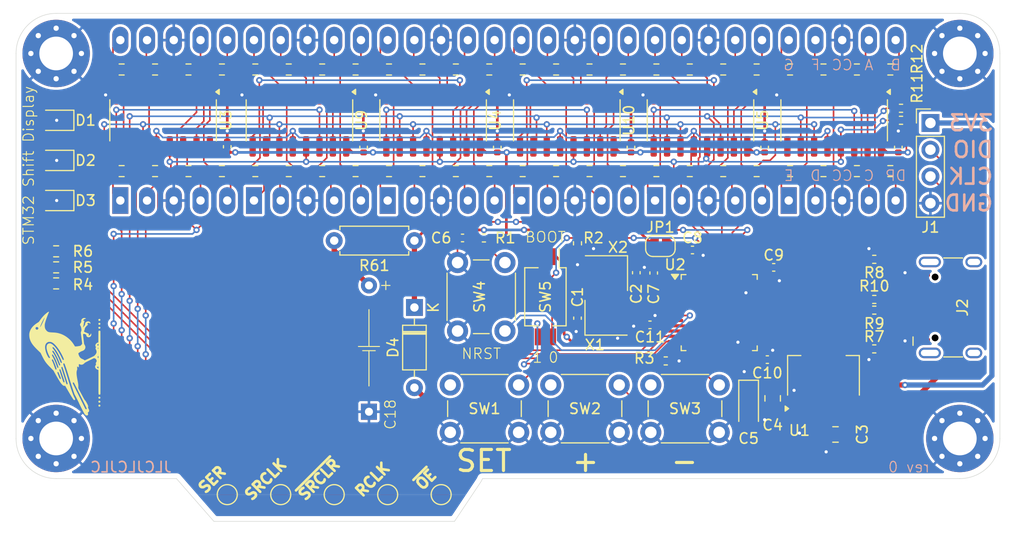
<source format=kicad_pcb>
(kicad_pcb (version 20240108) (generator "pcbnew") (generator_version "8.0")
  (layers (0 "F.Cu" signal) (31 "B.Cu" signal) (34 "B.Paste" user) (35 "F.Paste" user) (36 "B.SilkS" user "B.Silkscreen") (37 "F.SilkS" user "F.Silkscreen") (38 "B.Mask" user) (39 "F.Mask" user) (44 "Edge.Cuts" user))
  (net 0 "")
  (net 1 "VCC")
  (net 2 "GND")
  (net 3 "VBUS")
  (net 4 "/NRST")
  (net 5 "/LED1r")
  (net 6 "/LED2r")
  (net 7 "/LED3r")
  (net 8 "/SWDIO")
  (net 9 "/SWCLK")
  (net 14 "/USB_D-")
  (net 16 "/CC2")
  (net 17 "/CC1")
  (net 19 "/USB_D+")
  (net 20 "/BOOT0")
  (net 21 "/BOOT1")
  (net 22 "/LED1")
  (net 23 "/LED2")
  (net 24 "/LED3")
  (net 25 "/MCU_D-")
  (net 26 "/MCU_D+")
  (net 27 "/Shift Display/~{OE}")
  (net 28 "/Shift Display/~{SRCLR}")
  (net 29 "/Shift Display/Q1A")
  (net 30 "/Shift Display/D1B")
  (net 31 "/Shift Display/D1P")
  (net 32 "/Shift Display/Q1B")
  (net 33 "/Shift Display/Q1C")
  (net 34 "/Shift Display/D1C")
  (net 35 "/Shift Display/Q1D")
  (net 36 "/Shift Display/D1A")
  (net 37 "/Shift Display/Q1E")
  (net 38 "/Shift Display/D1F")
  (net 39 "/Shift Display/Q1F")
  (net 40 "/Shift Display/D1D")
  (net 41 "/Shift Display/Q1G")
  (net 42 "/Shift Display/D1G")
  (net 43 "/Shift Display/Q1H")
  (net 44 "/Shift Display/D1E")
  (net 45 "/Shift Display/Q3A")
  (net 46 "/Shift Display/D3B")
  (net 47 "/Shift Display/D3P")
  (net 48 "/Shift Display/Q3B")
  (net 49 "/Shift Display/Q3C")
  (net 50 "/Shift Display/D3C")
  (net 51 "/Shift Display/Q3D")
  (net 52 "/Shift Display/D3A")
  (net 53 "/Shift Display/D3F")
  (net 54 "/Shift Display/Q3E")
  (net 55 "/Shift Display/D3D")
  (net 56 "/Shift Display/Q3F")
  (net 57 "/Shift Display/D3G")
  (net 58 "/Shift Display/Q3G")
  (net 59 "/Shift Display/D3E")
  (net 60 "/Shift Display/Q3H")
  (net 61 "/Shift Display/Q5A")
  (net 62 "/Shift Display/D5B")
  (net 63 "/Shift Display/D5P")
  (net 64 "/Shift Display/Q5B")
  (net 65 "/Shift Display/D5C")
  (net 66 "/Shift Display/Q5C")
  (net 67 "/Shift Display/D5A")
  (net 68 "/Shift Display/Q5D")
  (net 69 "/Shift Display/D5F")
  (net 70 "/Shift Display/Q5E")
  (net 71 "/Shift Display/D5D")
  (net 72 "/Shift Display/Q5F")
  (net 73 "/Shift Display/D5G")
  (net 74 "/Shift Display/Q5G")
  (net 75 "/Shift Display/D5E")
  (net 76 "/Shift Display/Q5H")
  (net 77 "/Shift Display/D2B")
  (net 78 "/Shift Display/Q2A")
  (net 79 "/Shift Display/D2P")
  (net 80 "/Shift Display/Q2B")
  (net 81 "/Shift Display/D2C")
  (net 82 "/Shift Display/Q2C")
  (net 83 "/Shift Display/Q2D")
  (net 84 "/Shift Display/D2A")
  (net 85 "/Shift Display/Q2E")
  (net 86 "/Shift Display/D2F")
  (net 87 "/Shift Display/Q2F")
  (net 88 "/Shift Display/D2D")
  (net 89 "/Shift Display/D2G")
  (net 90 "/Shift Display/Q2G")
  (net 91 "/Shift Display/D2E")
  (net 92 "/Shift Display/Q2H")
  (net 93 "/Shift Display/Q4A")
  (net 94 "/Shift Display/D4B")
  (net 95 "/Shift Display/D4P")
  (net 96 "/Shift Display/Q4B")
  (net 97 "/Shift Display/D4C")
  (net 98 "/Shift Display/Q4C")
  (net 99 "/Shift Display/Q4D")
  (net 100 "/Shift Display/D4A")
  (net 101 "/Shift Display/Q4E")
  (net 102 "/Shift Display/D4F")
  (net 103 "/Shift Display/D4D")
  (net 104 "/Shift Display/Q4F")
  (net 105 "/Shift Display/D4G")
  (net 106 "/Shift Display/Q4G")
  (net 107 "/Shift Display/Q4H")
  (net 108 "/Shift Display/D4E")
  (net 109 "/Shift Display/Q6A")
  (net 110 "/Shift Display/D6B")
  (net 111 "/Shift Display/Q6B")
  (net 112 "/Shift Display/D6P")
  (net 113 "/Shift Display/Q6C")
  (net 114 "/Shift Display/D6C")
  (net 115 "/Shift Display/D6A")
  (net 116 "/Shift Display/Q6D")
  (net 117 "/Shift Display/Q6E")
  (net 118 "/Shift Display/D6F")
  (net 119 "/Shift Display/Q6F")
  (net 120 "/Shift Display/D6D")
  (net 121 "/Shift Display/Q6G")
  (net 122 "/Shift Display/D6G")
  (net 123 "/Shift Display/Q6H")
  (net 124 "/Shift Display/D6E")
  (net 125 "/Shift Display/SER")
  (net 126 "/Shift Display/SRCLK")
  (net 127 "/Shift Display/RCLK")
  (net 136 "/OSC_IN")
  (net 137 "/OSC32_IN")
  (net 144 "/Shift Display/SER1")
  (net 145 "/Shift Display/SER3")
  (net 146 "/Shift Display/SER2")
  (net 147 "/Shift Display/SER4")
  (net 148 "/Shift Display/SER5")
  (net 156 "/BTN1")
  (net 157 "/BTN2")
  (net 158 "/BTN3")
  (net 160 "VBAT")
  (net 161 "Net-(C18-Pad1)")
  (footprint "Capacitor_SMD:C_0805_2012Metric" (layer "F.Cu") (at 188.976 94.996 -90)
    (property "Reference" "C4")
    (property "Value" "100n")
  )
  (footprint "MountingHole:MountingHole_3.2mm_M3_Pad_Via" (layer "F.Cu") (at 120.904 98.806)
    (property "Reference" "H4" (hide yes))
    (property "Value" "M3")
  )
  (footprint "Resistor_SMD:R_0603_1608Metric" (layer "F.Cu") (at 149.352 63.754)
    (property "Reference" "R37" (hide yes))
    (property "Value" "470R")
  )
  (footprint "Capacitor_SMD:C_0402_1005Metric" (layer "F.Cu") (at 177.32 88.011 180)
    (property "Reference" "C11")
    (property "Value" "100n")
  )
  (footprint "Resistor_SMD:R_0603_1608Metric" (layer "F.Cu") (at 187.452 63.754)
    (property "Reference" "R29" (hide yes))
    (property "Value" "470R")
  )
  (footprint "Resistor_SMD:R_0402_1005Metric" (layer "F.Cu") (at 198.628 85.598)
    (property "Reference" "R10")
    (property "Value" "10R")
  )
  (footprint "TestPoint:TestPoint_Pad_D1.5mm" (layer "F.Cu") (at 142.24 104.14)
    (property "Reference" "TP2" (hide yes))
    (property "Value" "TestPoint")
  )
  (footprint "Resistor_SMD:R_0603_1608Metric" (layer "F.Cu") (at 155.702 63.754 180)
    (property "Reference" "R25" (hide yes))
    (property "Value" "470R")
  )
  (footprint "TestPoint:TestPoint_Pad_D1.5mm" (layer "F.Cu") (at 152.4 104.14)
    (property "Reference" "TP4" (hide yes))
    (property "Value" "TestPoint")
  )
  (footprint "Resistor_SMD:R_0603_1608Metric" (layer "F.Cu") (at 168.402 73.406 180)
    (property "Reference" "R50" (hide yes))
    (property "Value" "470R")
  )
  (footprint "Connector_USB:USB_C_Receptacle_HCTL_HC-TYPE-C-16P-01A" (layer "F.Cu") (at 207.01 86.358 90)
    (property "Reference" "J2")
    (property "Value" "USB_C_Receptacle_USB2.0_16P")
  )
  (footprint "Resistor_SMD:R_0603_1608Metric" (layer "F.Cu") (at 155.702 73.406 180)
    (property "Reference" "R26" (hide yes))
    (property "Value" "470R")
  )
  (footprint "Display_7Segment:7SegmentLED_LTS6760_LTS6780" (layer "F.Cu") (at 190.5 76.2 90)
    (property "Reference" "U14" (hide yes))
    (property "Value" "SM420561N")
  )
  (footprint "Resistor_SMD:R_0402_1005Metric" (layer "F.Cu") (at 198.628 86.614)
    (property "Reference" "R9")
    (property "Value" "10R")
  )
  (footprint "Resistor_SMD:R_0603_1608Metric" (layer "F.Cu") (at 146.177 73.406)
    (property "Reference" "R39" (hide yes))
    (property "Value" "470R")
  )
  (footprint "Resistor_SMD:R_0603_1608Metric" (layer "F.Cu") (at 143.002 73.406 180)
    (property "Reference" "R42" (hide yes))
    (property "Value" "470R")
  )
  (footprint "Capacitor_SMD:C_0402_1005Metric" (layer "F.Cu") (at 159.512 79.756)
    (property "Reference" "C6")
    (property "Value" "100n")
  )
  (footprint "Resistor_SMD:R_0603_1608Metric" (layer "F.Cu") (at 162.052 73.406)
    (property "Reference" "R22" (hide yes))
    (property "Value" "470R")
  )
  (footprint "Capacitor_SMD:C_0402_1005Metric" (layer "F.Cu") (at 177.673 83.086 90)
    (property "Reference" "C7")
    (property "Value" "100n")
  )
  (footprint "Diode_THT:D_DO-35_SOD27_P7.62mm_Horizontal" (layer "F.Cu") (at 154.94 86.36 -90)
    (property "Reference" "D4")
    (property "Value" "BAT43")
  )
  (footprint "Package_SO:SOIC-16_3.9x9.9mm_P1.27mm" (layer "F.Cu") (at 144.018 68.58 -90)
    (property "Reference" "U9")
    (property "Value" "74HC595")
  )
  (footprint "Resistor_SMD:R_0603_1608Metric" (layer "F.Cu") (at 120.904 82.55)
    (property "Reference" "R5")
    (property "Value" "220R")
  )
  (footprint "Capacitor_SMD:C_0402_1005Metric" (layer "F.Cu") (at 188.468 91.313)
    (property "Reference" "C10")
    (property "Value" "100n")
  )
  (footprint "Resistor_SMD:R_0603_1608Metric" (layer "F.Cu") (at 171.577 73.406 180)
    (property "Reference" "R47" (hide yes))
    (property "Value" "470R")
  )
  (footprint "LED_SMD:LED_0805_2012Metric" (layer "F.Cu") (at 120.904 72.39 180)
    (property "Reference" "D2")
    (property "Value" "KT-0805Y")
  )
  (footprint "Button_Switch_THT:SW_PUSH_6mm" (layer "F.Cu") (at 164.846 98.226 180)
    (property "Reference" "SW1")
    (property "Value" "SW_PUSH")
  )
  (footprint "TestPoint:TestPoint_Pad_D1.5mm" (layer "F.Cu") (at 147.32 104.14)
    (property "Reference" "TP3" (hide yes))
    (property "Value" "TestPoint")
  )
  (footprint "Resistor_SMD:R_0603_1608Metric" (layer "F.Cu") (at 130.302 73.406)
    (property "Reference" "R18" (hide yes))
    (property "Value" "470R")
  )
  (footprint "Resistor_SMD:R_0603_1608Metric" (layer "F.Cu") (at 165.227 73.406 180)
    (property "Reference" "R52" (hide yes))
    (property "Value" "470R")
  )
  (footprint "LED_SMD:LED_0805_2012Metric" (layer "F.Cu") (at 120.904 68.58 180)
    (property "Reference" "D1")
    (property "Value" "KT-0805Y")
  )
  (footprint "Display_7Segment:7SegmentLED_LTS6760_LTS6780" (layer "F.Cu") (at 177.8 76.2 90)
    (property "Reference" "U8" (hide yes))
    (property "Value" "SM420561N")
  )
  (footprint "Mouser:SCMR22C155PRBA0" (layer "F.Cu") (at 150.622 90.266)
    (property "Reference" "C18")
    (property "Value" "SCMR22C155PRBA0")
  )
  (footprint "Resistor_SMD:R_0603_1608Metric" (layer "F.Cu") (at 200.152 73.406)
    (property "Reference" "R54" (hide yes))
    (property "Value" "470R")
  )
  (footprint "Package_SO:SOIC-16_3.9x9.9mm_P1.27mm" (layer "F.Cu") (at 169.418 68.58 -90)
    (property "Reference" "U10")
    (property "Value" "74HC595")
  )
  (footprint "Resistor_SMD:R_0402_1005Metric" (layer "F.Cu") (at 198.626 81.788)
    (property "Reference" "R8")
    (property "Value" "5k1")
  )
  (footprint "Display_7Segment:7SegmentLED_LTS6760_LTS6780" (layer "F.Cu") (at 139.7 76.2 90)
    (property "Reference" "U12" (hide yes))
    (property "Value" "SM420561N")
  )
  (footprint "Resistor_SMD:R_0603_1608Metric" (layer "F.Cu") (at 158.877 63.754)
    (property "Reference" "R24" (hide yes))
    (property "Value" "470R")
  )
  (footprint "Resistor_SMD:R_0603_1608Metric" (layer "F.Cu") (at 127.127 73.406 180)
    (property "Reference" "R20" (hide yes))
    (property "Value" "470R")
  )
  (footprint "Capacitor_SMD:C_0402_1005Metric" (layer "F.Cu") (at 170.434 87.376 -90)
    (property "Reference" "C1")
    (property "Value" "100n")
  )
  (footprint "Package_QFP:LQFP-48_7x7mm_P0.5mm" (layer "F.Cu") (at 183.896 86.848)
    (property "Reference" "U2")
    (property "Value" "STM32F103C8T6")
  )
  (footprint "Resistor_SMD:R_0603_1608Metric" (layer "F.Cu") (at 133.477 73.406)
    (property "Reference" "R15" (hide yes))
    (property "Value" "470R")
  )
  (footprint "Resistor_SMD:R_0603_1608Metric" (layer "F.Cu") (at 190.627 63.754 180)
    (property "Reference" "R59" (hide yes))
    (property "Value" "470R")
  )
  (footprint "Resistor_SMD:R_0603_1608Metric" (layer "F.Cu") (at 193.802 73.406 180)
    (property "Reference" "R58" (hide yes))
    (property "Value" "470R")
  )
  (footprint "Resistor_SMD:R_0603_1608Metric" (layer "F.Cu") (at 196.977 73.406)
    (property "Reference" "R55" (hide yes))
    (property "Value" "470R")
  )
  (footprint "Crystal:Crystal_SMD_3225-4Pin_3.2x2.5mm" (layer "F.Cu") (at 173.185 83.097 180)
    (property "Reference" "X2")
    (property "Value" "OK322532.768KJBA4SL")
  )
  (footprint "MountingHole:MountingHole_3.2mm_M3_Pad_Via" (layer "F.Cu") (at 120.904 62.23)
    (property "Reference" "H1" (hide yes))
    (property "Value" "M3")
  )
  (footprint "Resistor_SMD:R_0603_1608Metric" (layer "F.Cu") (at 162.052 63.754)
    (property "Reference" "R21" (hide yes))
    (property "Value" "470R")
  )
  (footprint "Jumper:SolderJumper-2_P1.3mm_Open_RoundedPad1.0x1.5mm" (layer "F.Cu") (at 178.308 80.518 180)
    (property "Reference" "JP1")
    (property "Value" "SolderJumper_2_Open")
  )
  (footprint "Resistor_SMD:R_0603_1608Metric" (layer "F.Cu") (at 181.102 73.406 180)
    (property "Reference" "R34" (hide yes))
    (property "Value" "470R")
  )
  (footprint "MountingHole:MountingHole_3.2mm_M3_Pad_Via" (layer "F.Cu") (at 206.756 98.806)
    (property "Reference" "H3" (hide yes))
    (property "Value" "M3")
  )
  (footprint "Display_7Segment:7SegmentLED_LTS6760_LTS6780" (layer "F.Cu") (at 165.1 76.2 90)
    (property "Reference" "U13" (hide yes))
    (property "Value" "SM420561N")
  )
  (footprint "Capacitor_SMD:C_0402_1005Metric" (layer "F.Cu") (at 176.022 83.058 90)
    (property "Reference" "C2")
    (property "Value" "100n")
  )
  (footprint "Resistor_SMD:R_0603_1608Metric" (layer "F.Cu") (at 177.927 63.754 180)
    (property "Reference" "R35" (hide yes))
    (property "Value" "470R")
  )
  (footprint "Resistor_SMD:R_0402_1005Metric" (layer "F.Cu") (at 161.544 79.756)
    (property "Reference" "R1")
    (property "Value" "10k")
  )
  (footprint "Resistor_SMD:R_0603_1608Metric" (layer "F.Cu") (at 146.177 63.754)
    (property "Reference" "R40" (hide yes))
    (property "Value" "470R")
  )
  (footprint "Resistor_SMD:R_0402_1005Metric" (layer "F.Cu") (at 178.818 91.44 180)
    (property "Reference" "R3")
    (property "Value" "10k")
  )
  (footprint "LED_SMD:LED_0805_2012Metric" (layer "F.Cu") (at 120.904 76.2 180)
    (property "Reference" "D3")
    (property "Value" "KT-0805Y")
  )
  (footprint "TestPoint:TestPoint_Pad_D1.5mm" (layer "F.Cu") (at 157.48 104.14)
    (property "Reference" "TP5" (hide yes))
    (property "Value" "TestPoint")
  )
  (footprint "Display_7Segment:7SegmentLED_LTS6760_LTS6780" (layer "F.Cu") (at 127 76.2 90)
    (property "Reference" "U6" (hide yes))
    (property "Value" "SM420561N")
  )
  (footprint "Resistor_SMD:R_0603_1608Metric" (layer "F.Cu") (at 190.627 73.406 180)
    (property "Reference" "R60" (hide yes))
    (property "Value" "470R")
  )
  (footprint "Resistor_SMD:R_0603_1608Metric" (layer "F.Cu") (at 120.904 84.074)
    (property "Reference" "R4")
    (property "Value" "220R")
  )
  (footprint "Resistor_SMD:R_0603_1608Metric" (layer "F.Cu") (at 174.752 73.406)
    (property "Reference" "R46" (hide yes))
    (property "Value" "470R")
  )
  (footprint "Capacitor_SMD:C_0805_2012Metric" (layer "F.Cu") (at 194.945 98.425 180)
    (property "Reference" "C3")
    (property "Value" "100n")
  )
  (footprint "Resistor_SMD:R_0402_1005Metric" (layer "F.Cu") (at 198.626 90.297)
    (property "Reference" "R7")
    (property "Value" "5k1")
  )
  (footprint "Resistor_SMD:R_0603_1608Metric" (layer "F.Cu") (at 120.904 81.026)
    (property "Reference" "R6")
    (property "Value" "220R")
  )
  (footprint "Package_SO:SOIC-16_3.9x9.9mm_P1.27mm" (layer "F.Cu") (at 156.718 68.58 -90)
    (property "Reference" "U4")
    (property "Value" "74HC595")
  )
  (footprint "Resistor_SMD:R_0603_1608Metric" (layer "F.Cu") (at 171.577 63.754)
    (property "Reference" "R48" (hide yes))
    (property "Value" "470R")
  )
  (footprint "Resistor_SMD:R_0603_1608Metric" (layer "F.Cu") (at 181.102 63.754 180)
    (property "Reference" "R33" (hide yes))
    (property "Value" "470R")
  )
  (footprint "Capacitor_SMD:C_0402_1005Metric" (layer "F.Cu") (at 162.814 71.148 90)
    (property "Reference" "C14" (hide yes))
    (property "Value" "100n")
  )
  (footprint "Resistor_SMD:R_0402_1005Metric" (layer "F.Cu") (at 201.168 68.58 180)
    (property "Reference" "R11")
    (property "Value" "10k")
  )
  (footprint "Resistor_SMD:R_0603_1608Metric" (layer "F.Cu") (at 152.527 73.406 180)
    (property "Reference" "R28" (hide yes))
    (property "Value" "470R")
  )
  (footprint "Button_Switch_THT:SW_PUSH_6mm" (layer "F.Cu") (at 183.896 98.226 180)
    (property "Reference" "SW3")
    (property "Value" "SW_PUSH")
  )
  (footprint "MountingHole:MountingHole_3.2mm_M3_Pad_Via" (layer "F.Cu") (at 206.756 62.23)
    (property "Reference" "H2" (hide yes))
    (property "Value" "M3")
  )
  (footprint "Capacitor_SMD:C_0402_1005Metric" (layer "F.Cu") (at 200.914 71.148 90)
    (property "Reference" "C17" (hide yes))
    (property "Value" "100n")
  )
  (footprint "TestPoint:TestPoint_Pad_D1.5mm" (layer "F.Cu") (at 137.16 104.14)
    (property "Reference" "TP1" (hide yes))
    (property "Value" "TestPoint")
  )
  (footprint "CustomSymbols:GrackleLogo12mm" (layer "F.Cu") (at 121.666 91.44 90)
    (property "Reference" "G***" (hide yes))
    (property "Value" "LOGO" (hide yes))
  )
  (footprint "Button_Switch_THT:SW_PUSH_6mm" (layer "F.Cu") (at 174.394 98.226 180)
    (property "Reference" "SW2")
    (property "Value" "SW_PUSH")
  )
  (footprint "Resistor_SMD:R_0603_1608Metric" (layer "F.Cu") (at 187.452 73.406)
    (property "Reference" "R30" (hide yes))
    (property "Value" "470R")
  )
  (footprint "Resistor_SMD:R_0603_1608Metric" (layer "F.Cu") (at 136.652 73.406)
    (property "Reference" "R14" (hide yes))
    (property "Value" "470R")
  )
  (footprint "Resistor_SMD:R_0603_1608Metric" (layer "F.Cu") (at 165.227 63.754 180)
    (property "Reference" "R51" (hide yes))
    (property "Value" "470R")
  )
  (footprint "Resistor_SMD:R_0603_1608Metric" (layer "F.Cu") (at 193.802 63.754 180)
    (property "Reference" "R57" (hide yes))
    (property "Value" "470R")
  )
  (footprint "Resistor_SMD:R_0603_1608Metric" (layer "F.Cu") (at 127.127 63.754 180)
    (property "Reference" "R19" (hide yes))
    (property "Value" "470R")
  )
  (footprint "Resistor_SMD:R_0603_1608Metric" (layer "F.Cu") (at 174.752 63.754)
    (property "Reference" "R45" (hide yes))
    (property "Value" "470R")
  )
  (footprint "Resistor_SMD:R_0603_1608Metric" (layer "F.Cu") (at 149.352 73.406)
    (property "Reference" "R38" (hide yes))
    (property "Value" "470R")
  )
  (footprint "Resistor_SMD:R_0603_1608Metric" (layer "F.Cu") (at 139.827 73.406)
    (property "Reference" "R44" (hide yes))
    (property "Value" "470R")
  )
  (footprint "Resistor_SMD:R_0603_1608Metric" (layer "F.Cu") (at 139.827 63.754 180)
    (property "Reference" "R43" (hide yes))
    (property "Value" "470R")
  )
  (footprint "Capacitor_SMD:C_0402_1005Metric" (layer "F.Cu") (at 189.075 82.55)
    (property "Reference" "C9")
    (property "Value" "100n")
  )
  (footprint "Resistor_SMD:R_0603_1608Metric" (layer "F.Cu") (at 143.002 63.754 180)
    (property "Reference" "R41" (hide yes))
    (property "Value" "470R")
  )
  (footprint "Capacitor_SMD:C_0402_1005Metric" (layer "F.Cu") (at 137.16 71.092 90)
    (property "Reference" "C12" (hide yes))
    (property "Value" "100n")
  )
  (footprint "Capacitor_SMD:C_0402_1005Metric" (layer "F.Cu") (at 188.214 71.148 90)
    (property "Reference" "C16" (hide yes))
    (property "Value" "100n")
  )
  (footprint "Resistor_SMD:R_0402_1005Metric" (layer "F.Cu") (at 170.434 80.264 90)
    (property "Reference" "R2")
    (property "Value" "10k")
  )
  (footprint "Button_Switch_SMD:SW_DIP_SPSTx02_Slide_Copal_CHS-02B_W7.62mm_P1.27mm" (layer "F.Cu") (at 167.386 85.344 -90)
    (property "Reference" "SW5")
    (property "Value" "218-2LPSTR")
  )
  (footprint "Resistor_SMD:R_0603_1608Metric" (layer "F.Cu") (at 130.302 63.754 180)
    (property "Reference" "R17" (hide yes))
    (property "Value" "470R")
  )
  (footprint "Resistor_SMD:R_0603_1608Metric" (layer "F.Cu") (at 168.402 63.754 180)
    (property "Reference" "R49" (hide yes))
    (property "Value" "470R")
  )
  (footprint "Button_Switch_THT:SW_PUSH_6mm" (layer "F.Cu") (at 159.04 88.594 90)
    (property "Reference" "SW4")
    (property "Value" "SW_PUSH")
  )
  (footprint "Resistor_SMD:R_0603_1608Metric" (layer "F.Cu") (at 133.477 63.754)
    (property "Reference" "R16" (hide yes))
    (property "Value" "470R")
  )
  (footprint "Resistor_THT:R_Axial_DIN0207_L6.3mm_D2.5mm_P7.62mm_Horizontal" (layer "F.Cu") (at 154.94 80.01 180)
    (property "Reference" "R61")
    (property "Value" "22R")
  )
  (footprint "Resistor_SMD:R_0603_1608Metric" (layer "F.Cu") (at 177.927 73.406 180)
    (property "Reference" "R36" (hide yes))
    (property "Value" "470R")
  )
  (footprint "Resistor_SMD:R_0603_1608Metric" (layer "F.Cu") (at 184.277 73.406)
    (property "Reference" "R31" (hide yes))
    (property "Value" "470R")
  )
  (footprint "Resistor_SMD:R_0603_1608Metric" (layer "F.Cu") (at 184.277 63.754)
    (property "Reference" "R32" (hide yes))
    (property "Value" "470R")
  )
  (footprint "Capacitor_SMD:C_0402_1005Metric" (layer "F.Cu") (at 175.514 71.148 90)
    (property "Reference" "C15" (hide yes))
    (property "Value" "100n")
  )
  (footprint "Resistor_SMD:R_0603_1608Metric" (layer "F.Cu") (at 152.527 63.754 180)
    (property "Reference" "R27" (hide yes))
    (property "Value" "470R")
  )
  (footprint "Resistor_SMD:R_0603_1608Metric" (layer "F.Cu") (at 158.877 73.406)
    (property "Reference" "R23" (hide yes))
    (property "Value" "470R")
  )
  (footprint "Capacitor_SMD:C_0402_1005Metric" (layer "F.Cu") (at 150.114 71.148 90)
    (property "Reference" "C13" (hide yes))
    (property "Value" "100n")
  )
  (footprint "Resistor_SMD:R_0603_1608Metric" (layer "F.Cu") (at 136.652 63.754)
    (property "Reference" "R13" (hide yes))
    (property "Value" "470R")
  )
  (footprint "Resistor_SMD:R_0402_1005Metric" (layer "F.Cu") (at 201.168 67.437 180)
    (property "Reference" "R12")
    (property "Value" "10k")
  )
  (footprint "Package_SO:SOIC-16_3.9x9.9mm_P1.27mm" (layer "F.Cu") (at 182.118 68.58 -90)
    (property "Reference" "U5")
    (property "Value" "74HC595")
  )
  (footprint "Capacitor_Tantalum_SMD:CP_EIA-3216-18_Kemet-A" (layer "F.Cu") (at 186.69 95.584 -90)
    (property "Reference" "C5")
    (property "Value" "10u")
  )
  (footprint "Resistor_SMD:R_0603_1608Metric" (layer "F.Cu") (at 196.977 63.754)
    (property "Reference" "R56" (hide yes))
    (property "Value" "470R")
  )
  (footprint "Display_7Segment:7SegmentLED_LTS6760_LTS6780" (layer "F.Cu") (at 152.4 76.2 90)
    (property "Reference" "U7" (hide yes))
    (property "Value" "SM420561N")
  )
  (footprint "Resistor_SMD:R_0603_1608Metric" (layer "F.Cu") (at 200.152 63.754)
    (property "Reference" "R53" (hide yes))
    (property "Value" "470R")
  )
  (footprint "Package_TO_SOT_SMD:SOT-223-3_TabPin2" (layer "F.Cu") (at 193.802 92.837 90)
    (property "Reference" "U1")
    (property "Value" "AMS1117-3.3")
  )
  (footprint "Capacitor_SMD:C_0402_1005Metric" (layer "F.Cu") (at 181.356 80.899)
    (property "Reference" "C8")
    (property "Value" "100n")
  )
  (footprint "Connector_PinHeader_2.54mm:PinHeader_1x04_P2.54mm_Vertical" (layer "F.Cu") (at 203.962 68.834)
    (property "Reference" "J1")
    (property "Value" "HDR_SWD")
  )
  (footprint "Package_SO:SOIC-16_3.9x9.9mm_P1.27mm" (layer "F.Cu") (at 194.818 68.58 -90)
    (property "Reference" "U11" (hide yes))
    (property "Value" "74HC595")
  )
  (footprint "Package_SO:SOIC-16_3.9x9.9mm_P1.27mm" (layer "F.Cu") (at 131.064 68.58 -90)
    (property "Reference" "U3")
    (property "Value" "74HC595")
  )
  (footprint "Crystal:Crystal_SMD_3225-4Pin_3.2x2.5mm" (layer "F.Cu") (at 173.144 87.337)
    (property "Reference" "X1")
    (property "Value" "OT32258MJBA4SL")
  )
  (gr_line (start 210.566 62.23) (end 210.566 98.806) (stroke (width 0.05)) (layer "Edge.Cuts"))
  (gr_arc (start 210.566 98.806) (mid 209.450077 101.500077) (end 206.756 102.616) (stroke (width 0.05)) (layer "Edge.Cuts"))
  (gr_line (start 158.75 106.68) (end 161.29 102.87) (stroke (width 0.05)) (layer "Edge.Cuts"))
  (gr_line (start 206.756 58.42) (end 120.904 58.42) (stroke (width 0.05)) (layer "Edge.Cuts"))
  (gr_line (start 132.334 102.616) (end 135.89 106.68) (stroke (width 0.05)) (layer "Edge.Cuts"))
  (gr_line (start 206.756 102.616) (end 161.417 102.616) (stroke (width 0.05)) (layer "Edge.Cuts"))
  (gr_arc (start 206.756 58.42) (mid 209.450077 59.535923) (end 210.566 62.23) (stroke (width 0.05)) (layer "Edge.Cuts"))
  (gr_line (start 161.417 102.616) (end 161.29 102.87) (stroke (width 0.05)) (layer "Edge.Cuts"))
  (gr_arc (start 117.094 62.23) (mid 118.209923 59.535923) (end 120.904 58.42) (stroke (width 0.05)) (layer "Edge.Cuts"))
  (gr_line (start 120.904 102.616) (end 132.334 102.616) (stroke (width 0.05)) (layer "Edge.Cuts"))
  (gr_line (start 135.89 106.68) (end 158.75 106.68) (stroke (width 0.05)) (layer "Edge.Cuts"))
  (gr_arc (start 120.904 102.616) (mid 118.209923 101.500077) (end 117.094 98.806) (stroke (width 0.05)) (layer "Edge.Cuts"))
  (gr_line (start 117.094 62.23) (end 117.094 98.806) (stroke (width 0.05)) (layer "Edge.Cuts"))
  (gr_text "GND" (at 210.058 76.454 0) (layer "B.SilkS") (effects (font (size 1.5 1.5) (thickness 0.25) (bold yes)) (justify left mirror)))
  (gr_text "C" (at 198.12 74.422 0) (layer "B.SilkS") (effects (font (size 1 1) (thickness 0.1)) (justify bottom mirror)))
  (gr_text "DP" (at 200.66 74.422 0) (layer "B.SilkS") (effects (font (size 1 1) (thickness 0.1)) (justify bottom mirror)))
  (gr_text "DIO" (at 210.058 71.374 0) (layer "B.SilkS") (effects (font (size 1.5 1.5) (thickness 0.25) (bold yes)) (justify left mirror)))
  (gr_text "rev 0" (at 203.962 102.108 0) (layer "B.SilkS") (effects (font (size 1 1) (thickness 0.1)) (justify left bottom mirror)))
  (gr_text "D" (at 193.04 74.422 0) (layer "B.SilkS") (effects (font (size 1 1) (thickness 0.1)) (justify bottom mirror)))
  (gr_text "E" (at 190.5 74.422 0) (layer "B.SilkS") (effects (font (size 1 1) (thickness 0.1)) (justify bottom mirror)))
  (gr_text "A" (at 198.12 62.738 0) (layer "B.SilkS") (effects (font (size 1 1) (thickness 0.1)) (justify top mirror)))
  (gr_text "F" (at 193.04 62.738 0) (layer "B.SilkS") (effects (font (size 1 1) (thickness 0.1)) (justify top mirror)))
  (gr_text "B" (at 200.66 62.738 0) (layer "B.SilkS") (effects (font (size 1 1) (thickness 0.1)) (justify top mirror)))
  (gr_text "3V3" (at 210.058 68.834 0) (layer "B.SilkS") (effects (font (size 1.5 1.5) (thickness 0.25) (bold yes)) (justify left mirror)))
  (gr_text "G" (at 190.5 62.738 0) (layer "B.SilkS") (effects (font (size 1 1) (thickness 0.1)) (justify top mirror)))
  (gr_text "JLCJLCJLC" (at 128.016 102.108 0) (layer "B.SilkS") (effects (font (size 1 1)) (justify bottom mirror)))
  (gr_text "CLK" (at 210.058 73.914 0) (layer "B.SilkS") (effects (font (size 1.5 1.5) (thickness 0.25) (bold yes)) (justify left mirror)))
  (gr_text "CC" (at 195.58 62.738 0) (layer "B.SilkS") (effects (font (size 1 1) (thickness 0.1)) (justify top mirror)))
  (gr_text "CC" (at 195.58 74.422 0) (layer "B.SilkS") (effects (font (size 1 1) (thickness 0.1)) (justify bottom mirror)))
  (gr_text "+" (at 171.196 102.108 0) (layer "F.SilkS") (effects (font (size 2 2) (thickness 0.3)) (justify bottom)))
  (gr_text "0" (at 168.148 91.694 0) (layer "F.SilkS") (effects (font (size 1 1) (thickness 0.1)) (justify bottom)))
  (gr_text "BOOT" (at 167.386 80.264 0) (layer "F.SilkS") (effects (font (size 1 1) (thickness 0.1)) (justify bottom)))
  (gr_text "RCLK" (at 151.384 103.124 45) (layer "F.SilkS") (effects (font (size 1 1) (thickness 0.25) (bold yes)) (justify bottom)))
  (gr_text "-" (at 180.594 102.108 0) (layer "F.SilkS") (effects (font (size 2 2) (thickness 0.3)) (justify bottom)))
  (gr_text "STM32 Shift Display" (at 118.872 80.518 90) (layer "F.SilkS") (effects (font (size 1 1) (thickness 0.1)) (justify left bottom)))
  (gr_text "SRCLK" (at 141.224 103.124 45) (layer "F.SilkS") (effects (font (size 1 1) (thickness 0.25) (bold yes)) (justify bottom)))
  (gr_text "SER" (at 136.144 103.124 45) (layer "F.SilkS") (effects (font (size 1 1) (thickness 0.25) (bold yes)) (justify bottom)))
  (gr_text "NRST" (at 161.29 90.17 0) (layer "F.SilkS") (effects (font (size 1 1) (thickness 0.1)) (justify top)))
  (gr_text "1" (at 166.624 91.694 0) (layer "F.SilkS") (effects (font (size 1 1) (thickness 0.1)) (justify bottom)))
  (gr_text "SET" (at 161.544 102.108 0) (layer "F.SilkS") (effects (font (size 2 2) (thickness 0.3)) (justify bottom)))
  (gr_text "~{SRCLR}" (at 146.304 103.124 45) (layer "F.SilkS") (effects (font (size 1 1) (thickness 0.25) (bold yes)) (justify bottom)))
  (gr_text "~{OE}" (at 156.464 103.124 45) (layer "F.SilkS") (effects (font (size 1 1) (thickness 0.25) (bold yes)) (justify bottom)))
  (segment (start 163.703 71.628) (end 162.814 71.628) (width 0.254) (layer "F.Cu") (net 1))
  (segment (start 201.803002 71.628) (end 201.803001 71.627999) (width 0.254) (layer "F.Cu") (net 1))
  (segment (start 157.226 96.266) (end 154.94 93.98) (width 0.5) (layer "F.Cu") (net 1))
  (segment (start 163.675 79.855) (end 165.354 81.534) (width 0.254) (layer "F.Cu") (net 1))
  (segment (start 169.164 88.9) (end 169.164 87.376) (width 0.254) (layer "F.Cu") (net 1))
  (segment (start 186.646 89.618) (end 186.646 91.0105) (width 0.254) (layer "F.Cu") (net 1))
  (segment (start 201.93 71.628) (end 201.803002 71.628) (width 0.254) (layer "F.Cu") (net 1))
  (segment (start 168.402 81.534) (end 166.751 81.534) (width 0.254) (layer "F.Cu") (net 1))
  (segment (start 137.922 71.628) (end 137.216 71.628) (width 0.254) (layer "F.Cu") (net 1))
  (segment (start 185.126 88.098) (end 185.674 88.646) (width 0.254) (layer "F.Cu") (net 1))
  (segment (start 185.674 84.582) (end 185.674 88.646) (width 0.254) (layer "F.Cu") (net 1))
  (segment (start 187.6855 91.0105) (end 187.988 91.313) (width 0.254) (layer "F.Cu") (net 1))
  (segment (start 201.678 68.58) (end 201.678 67.437) (width 0.152) (layer "F.Cu") (net 1))
  (segment (start 188.976 94.046) (end 187.988 93.058) (width 0.5) (layer "F.Cu") (net 1))
  (segment (start 163.675 71.656) (end 163.675 79.855) (width 0.254) (layer "F.Cu") (net 1))
  (segment (start 163.576 79.756) (end 163.675 79.855) (width 0.152) (layer "F.Cu") (net 1))
  (segment (start 186.158 84.098) (end 185.674 84.582) (width 0.254) (layer "F.Cu") (net 1))
  (segment (start 186.878 94.046) (end 186.69 94.234) (width 0.5) (layer "F.Cu") (net 1))
  (segment (start 177.8 88.011) (end 177.8 88.320999) (width 0.254) (layer "F.Cu") (net 1))
  (segment (start 187.136 71.628) (end 186.563 71.055) (width 0.254) (layer "F.Cu") (net 1))
  (segment (start 169.164 87.376) (end 169.164 82.296) (width 0.254) (layer "F.Cu") (net 1))
  (segment (start 170.307 86.868) (end 171.663 86.868) (width 0.254) (layer "F.Cu") (net 1))
  (segment (start 188.976 94.046) (end 186.878 94.046) (width 0.5) (layer "F.Cu") (net 1))
  (segment (start 137.16 71.572) (end 136.026 71.572) (width 0.254) (layer "F.Cu") (net 1))
  (segment (start 201.678 68.58) (end 201.678 71.502998) (width 0.152) (layer "F.Cu") (net 1))
  (segment (start 188.214 71.628) (end 187.452 71.628) (width 0.254) (layer "F.Cu") (net 1))
  (segment (start 174.436 71.628) (end 173.863 71.055) (width 0.254) (layer "F.Cu") (net 1))
  (segment (start 170.18 89.916) (end 169.418 89.154) (width 0.254) (layer "F.Cu") (net 1))
  (segment (start 181.698 84.328) (end 185.42 84.328) (width 0.254) (layer "F.Cu") (net 1))
  (segment (start 169.164 87.376) (end 169.672 86.868) (width 0.254) (layer "F.Cu") (net 1))
  (segment (start 169.164 82.296) (end 168.402 81.534) (width 0.254) (layer "F.Cu") (net 1))
  (segment (start 200.914 71.628) (end 201.93 71.628) (width 0.254) (layer "F.Cu") (net 1))
  (segment (start 184.658 96.266) (end 157.226 96.266) (width 0.5) (layer "F.Cu") (net 1))
  (segment (start 176.403 71.628) (end 175.514 71.628) (width 0.254) (layer "F.Cu") (net 1))
  (segment (start 193.802 93.726) (end 193.04 92.964) (width 0.5) (layer "F.Cu") (net 1))
  (segment (start 187.452 71.628) (end 187.136 71.628) (width 0.254) (layer "F.Cu") (net 1))
  (segment (start 185.42 84.328) (end 185.674 84.582) (width 0.254) (layer "F.Cu") (net 1))
  (segment (start 181.146 83.776) (end 181.698 84.328) (width 0.254) (layer "F.Cu") (net 1))
  (segment (start 176.204999 89.916) (end 170.18 89.916) (width 0.254) (layer "F.Cu") (net 1))
  (segment (start 188.0585 84.098) (end 186.158 84.098) (width 0.254) (layer "F.Cu") (net 1))
  (segment (start 169.672 86.868) (end 170.307 86.868) (width 0.254) (layer "F.Cu") (net 1))
  (segment (start 181.146 81.169) (end 180.876 80.899) (width 0.254) (layer "F.Cu") (net 1))
  (segment (start 186.69 94.234) (end 184.658 96.266) (width 0.5) (layer "F.Cu") (net 1))
  (segment (start 177.8 88.320999) (end 176.204999 89.916) (width 0.254) (layer "F.Cu") (net 1))
  (segment (start 169.418 89.154) (end 169.164 88.9) (width 0.254) (layer "F.Cu") (net 1))
  (segment (start 186.646 91.0105) (end 187.6855 91.0105) (width 0.254) (layer "F.Cu") (net 1))
  (segment (start 180.876 80.899) (end 179.339 80.899) (width 0.254) (layer "F.Cu") (net 1))
  (segment (start 177.887 88.098) (end 179.7335 88.098) (width 0.254) (layer "F.Cu") (net 1))
  (segment (start 166.751 81.534) (end 165.481 81.534) (width 0.152) (layer "F.Cu") (net 1))
  (segment (start 187.988 93.058) (end 187.988 91.313) (width 0.5) (layer "F.Cu") (net 1))
  (segment (start 193.04 92.964) (end 190.058 92.964) (width 0.5) (layer "F.Cu") (net 1))
  (segment (start 149.036 71.628) (end 148.463 71.055) (width 0.254) (layer "F.Cu") (net 1))
  (segment (start 199.836 71.628) (end 199.263 71.055) (width 0.254) (layer "F.Cu") (net 1))
  (segment (start 162.814 71.628) (end 161.736 71.628) (width 0.254) (layer "F.Cu") (net 1))
  (segment (start 200.914 71.628) (end 199.836 71.628) (width 0.254) (layer "F.Cu") (net 1))
  (segment (start 162.054 79.756) (end 163.576 79.756) (width 0.152) (layer "F.Cu") (net 1))
  (segment (start 165.354 81.534) (end 166.751 81.534) (width 0.254) (layer "F.Cu") (net 1))
  (segment (start 179.7335 88.098) (end 185.126 88.098) (width 0.254) (layer "F.Cu") (net 1))
  (segment (start 181.146 82.6855) (end 181.146 81.169) (width 0.254) (layer "F.Cu") (net 1))
  (segment (start 179.339 80.899) (end 178.958 80.518) (width 0.254) (layer "F.Cu") (net 1))
  (segment (start 201.678 71.502998) (end 201.803001 71.627999) (width 0.152) (layer "F.Cu") (net 1))
  (segment (start 193.802 93.726) (end 193.802 95.987) (width 0.5) (layer "F.Cu") (net 1))
  (segment (start 161.736 71.628) (end 161.163 71.055) (width 0.254) (layer "F.Cu") (net 1))
  (segment (start 190.058 92.964) (end 188.976 94.046) (width 0.5) (layer "F.Cu") (net 1))
  (segment (start 175.514 71.628) (end 174.436 71.628) (width 0.254) (layer "F.Cu") (net 1))
  (segment (start 151.003 71.628) (end 150.114 71.628) (width 0.254) (layer "F.Cu") (net 1))
  (segment (start 163.703 71.628) (end 163.675 71.656) (width 0.254) (layer "F.Cu") (net 1))
  (segment (start 181.146 82.6855) (end 181.146 83.776) (width 0.254) (layer "F.Cu") (net 1))
  (segment (start 201.549 93.726) (end 193.802 93.726) (width 0.5) (layer "F.Cu") (net 1))
  (segment (start 188.595 83.5615) (end 188.0585 84.098) (width 0.254) (layer "F.Cu") (net 1))
  (segment (start 188.595 82.55) (end 188.595 83.5615) (width 0.254) (layer "F.Cu") (net 1))
  (segment (start 185.674 88.646) (end 186.646 89.618) (width 0.254) (layer "F.Cu") (net 1))
  (segment (start 136.026 71.572) (end 135.509 71.055) (width 0.254) (layer "F.Cu") (net 1))
  (segment (start 150.114 71.628) (end 149.036 71.628) (width 0.254) (layer "F.Cu") (net 1))
  (via (at 151.003 71.628) (size 0.6) (drill 0.3) (layers "F.Cu" "B.Cu") (net 1))
  (via (at 163.703 71.628) (size 0.6) (drill 0.3) (layers "F.Cu" "B.Cu") (net 1))
  (via (at 137.922 71.628) (size 0.6) (drill 0.3) (layers "F.Cu" "B.Cu") (net 1))
  (via (at 169.418 89.154) (size 0.6) (drill 0.3) (layers "F.Cu" "B.Cu") (net 1))
  (via (at 201.803001 71.627999) (size 0.6) (drill 0.3) (layers "F.Cu" "B.Cu") (net 1))
  (via (at 187.452 71.628) (size 0.6) (drill 0.3) (layers "F.Cu" "B.Cu") (net 1))
  (via (at 176.403 71.628) (size 0.6) (drill 0.3) (layers "F.Cu" "B.Cu") (net 1))
  (via (at 201.549 93.726) (size 0.6) (drill 0.3) (layers "F.Cu" "B.Cu") (net 1))
  (segment (start 169.545 89.281) (end 169.418 89.154) (width 0.152) (layer "B.Cu") (net 1))
  (segment (start 203.962 68.834) (end 209.169 68.834) (width 0.5) (layer "B.Cu") (net 1))
  (segment (start 209.169 68.834) (end 209.804 69.469) (width 0.5) (layer "B.Cu") (net 1))
  (segment (start 182.944702 71.627999) (end 201.803001 71.627999) (width 0.254) (layer "B.Cu") (net 1))
  (segment (start 176.403 71.628) (end 163.703 71.628) (width 0.254) (layer "B.Cu") (net 1))
  (segment (start 169.418 89.408) (end 169.418 89.154) (width 0.152) (layer "B.Cu") (net 1))
  (segment (start 176.478144 71.552856) (end 182.869559 71.552856) (width 0.254) (layer "B.Cu") (net 1))
  (segment (start 209.804 69.469) (end 209.804 92.837) (width 0.5) (layer "B.Cu") (net 1))
  (segment (start 182.869559 71.552856) (end 182.944702 71.627999) (width 0.254) (layer "B.Cu") (net 1))
  (segment (start 151.003 71.628) (end 137.922 71.628) (width 0.254) (layer "B.Cu") (net 1))
  (segment (start 163.703 71.628) (end 151.003 71.628) (width 0.254) (layer "B.Cu") (net 1))
  (segment (start 209.804 92.837) (end 208.915 93.726) (width 0.5) (layer "B.Cu") (net 1))
  (segment (start 208.915 93.726) (end 201.549 93.726) (width 0.5) (layer "B.Cu") (net 1))
  (segment (start 176.403 71.628) (end 176.478144 71.552856) (width 0.254) (layer "B.Cu") (net 1))
  (segment (start 177.419001 87.122) (end 176.84 87.701001) (width 0.254) (layer "F.Cu") (net 2))
  (segment (start 175.514 69.596006) (end 175.514 66.548) (width 0.254) (layer "F.Cu") (net 2))
  (segment (start 191.008 94.234) (end 191.008 95.493) (width 0.5) (layer "F.Cu") (net 2))
  (segment (start 177.673 66.105) (end 176.719 66.105) (width 0.152) (layer "F.Cu") (net 2))
  (segment (start 176.728 82.606) (end 176.784 82.55) (width 0.254) (layer "F.Cu") (net 2))
  (segment (start 170.307 87.828) (end 170.307 88.646) (width 0.254) (layer "F.Cu") (net 2))
  (segment (start 188.976 95.946) (end 191.461 95.946) (width 0.5) (layer "F.Cu") (net 2))
  (segment (start 189.555 82.55) (end 189.555 83.764) (width 0.254) (layer "F.Cu") (net 2))
  (segment (start 186.146 91.0105) (end 186.146 92.33) (width 0.254) (layer "F.Cu") (net 2))
  (segment (start 175.514 66.548) (end 175.895 66.167) (width 0.254) (layer "F.Cu") (net 2))
  (segment (start 171.958 80.772) (end 171.958 82.12) (width 0.254) (layer "F.Cu") (net 2))
  (segment (start 179.328 91.694) (end 179.831982 91.694) (width 0.152) (layer "F.Cu") (net 2))
  (segment (start 150.088044 66.573956) (end 150.495 66.167) (width 0.254) (layer "F.Cu") (net 2))
  (segment (start 151.319 66.105) (end 151.257 66.167) (width 0.152) (layer "F.Cu") (net 2))
  (segment (start 162.814 70.668) (end 162.814 69.596) (width 0.254) (layer "F.Cu") (net 2))
  (segment (start 170.434 82.296) (end 172.036 82.296) (width 0.254) (layer "F.Cu") (net 2))
  (segment (start 150.088044 69.587) (end 150.088044 66.573956) (width 0.254) (layer "F.Cu") (net 2))
  (segment (start 188.0585 84.598) (end 186.801 84.598) (width 0.254) (layer "F.Cu") (net 2))
  (segment (start 170.307 88.773) (end 170.942 89.408) (width 0.254) (layer "F.Cu") (net 2))
  (segment (start 189.611 83.853592) (end 189.611 83.82) (width 0.254) (layer "F.Cu") (net 2))
  (segment (start 170.942 89.408) (end 173.023 89.408) (width 0.254) (layer "F.Cu") (net 2))
  (segment (start 176.022 82.606) (end 176.022 82.03) (width 0.254) (layer "F.Cu") (net 2))
  (segment (start 150.114 69.612956) (end 150.088044 69.587) (width 0.254) (layer "F.Cu") (net 2))
  (segment (start 175.895 88.011) (end 175.768 88.138) (width 0.254) (layer "F.Cu") (net 2))
  (segment (start 181.646 82.6855) (end 181.646 81.089) (width 0.254) (layer "F.Cu") (net 2))
  (segment (start 188.214 69.596) (end 188.214 70.668) (width 0.254) (layer "F.Cu") (net 2))
  (segment (start 189.555 83.764) (end 189.611 83.82) (width 0.254) (layer "F.Cu") (net 2))
  (segment (start 170.434 80.774) (end 170.434 82.296) (width 0.152) (layer "F.Cu") (net 2))
  (segment (start 175.312 81.32) (end 173.012 81.32) (width 0.254) (layer "F.Cu") (net 2))
  (segment (start 201.549 83.058) (end 201.676 83.185) (width 0.5) (layer "F.Cu") (net 2))
  (segment (start 159.032 79.756) (end 159.032 82.086) (width 0.152) (layer "F.Cu") (net 2))
  (segment (start 177.885318 87.122) (end 177.8 87.122) (width 0.254) (layer "F.Cu") (net 2))
  (segment (start 137.795 66.167) (end 138.557 66.167) (width 0.254) (layer "F.Cu") (net 2))
  (segment (start 201.549 89.535) (end 203.242 89.535) (width 0.5) (layer "F.Cu") (net 2))
  (segment (start 173.012 81.32) (end 172.085 82.247) (width 0.254) (layer "F.Cu") (net 2))
  (segment (start 164.019 66.105) (end 163.957 66.167) (width 0.152) (layer "F.Cu") (net 2))
  (segment (start 152.273 66.105) (end 151.319 66.105) (width 0.152) (layer "F.Cu") (net 2))
  (segment (start 189.419 66.105) (end 189.357 66.167) (width 0.152) (layer "F.Cu") (net 2))
  (segment (start 162.814 66.548) (end 163.195 66.167) (width 0.254) (layer "F.Cu") (net 2))
  (segment (start 188.214 69.596) (end 188.214 66.548) (width 0.254) (layer "F.Cu") (net 2))
  (segment (start 198.12 91.313) (end 198.12 90.301) (width 0.254) (layer "F.Cu") (net 2))
  (segment (start 163.195 66.167) (end 163.957 66.167) (width 0.254) (layer "F.Cu") (net 2))
  (segment (start 179.7335 87.598) (end 178.361318 87.598) (width 0.254) (layer "F.Cu") (net 2))
  (segment (start 186.146 92.33) (end 186.272 92.456) (width 0.254) (layer "F.Cu") (net 2))
  (segment (start 188.976 90.424) (end 188.976 91.285) (width 0.254) (layer "F.Cu") (net 2))
  (segment (start 191.502 95.987) (end 191.502 98.284) (width 0.5) (layer "F.Cu") (net 2))
  (segment (start 186.801 84.598) (end 186.436 84.963) (width 0.254) (layer "F.Cu") (net 2))
  (segment (start 176.719 66.105) (end 176.657 66.167) (width 0.152) (layer "F.Cu") (net 2))
  (segment (start 188.976 95.946) (end 188.976 96.266) (width 0.5) (layer "F.Cu") (net 2))
  (segment (start 176.022 82.03) (end 175.312 81.32) (width 0.254) (layer "F.Cu") (net 2))
  (segment (start 188.0585 84.598) (end 188.866592 84.598) (width 0.254) (layer "F.Cu") (net 2))
  (segment (start 175.895 66.167) (end 176.657 66.167) (width 0.254) (layer "F.Cu") (net 2))
  (segment (start 159.032 82.086) (end 159.04 82.094) (width 0.152) (layer "F.Cu") (net 2))
  (segment (start 138.619 66.105) (end 138.557 66.167) (width 0.152) (layer "F.Cu") (net 2))
  (segment (start 201.676 83.185) (end 203.238 83.185) (width 0.5) (layer "F.Cu") (net 2))
  (segment (start 162.814 69.596) (end 162.814 66.548) (width 0.254) (layer "F.Cu") (net 2))
  (segment (start 176.84 88.011) (end 175.895 88.011) (width 0.254) (layer "F.Cu") (net 2))
  (segment (start 178.361318 87.598) (end 177.885318 87.122) (width 0.254) (layer "F.Cu") (net 2))
  (segment (start 121.8415 72.39) (end 120.954 72.39) (width 0.152) (layer "F.Cu") (net 2))
  (segment (start 194.056 100.076) (end 194.056 98.486) (width 0.5) (layer "F.Cu") (net 2))
  (segment (start 150.495 66.167) (end 151.257 66.167) (width 0.254) (layer "F.Cu") (net 2))
  (segment (start 191.502 98.284) (end 191.516 98.298) (width 0.5) (layer "F.Cu") (net 2))
  (segment (start 191.516 98.298) (end 193.868 98.298) (width 0.5) (layer "F.Cu") (net 2))
  (segment (start 139.573 66.105) (end 138.619 66.105) (width 0.152) (layer "F.Cu") (net 2))
  (segment (start 188.214 97.028) (end 186.784 97.028) (width 0.5) (layer "F.Cu") (net 2))
  (segment (start 179.831982 91.694) (end 180.085991 91.439991) (width 0.152) (layer "F.Cu") (net 2))
  (segment (start 125.665 66.105) (end 125.603 66.167) (width 0.152) (layer "F.Cu") (net 2))
  (segment (start 176.84 82.606) (end 177.673 82.606) (width 0.254) (layer "F.Cu") (net 2))
  (segment (start 174.244 89.281) (end 174.244 88.187) (width 0.254) (layer "F.Cu") (net 2))
  (segment (start 176.022 82.606) (end 176.728 82.606) (width 0.254) (layer "F.Cu") (net 2))
  (segment (start 181.646 81.089) (end 181.836 80.899) (width 0.254) (layer "F.Cu") (net 2))
  (segment (start 121.8415 68.58) (end 120.954 68.58) (width 0.152) (layer "F.Cu") (net 2))
  (segment (start 150.114 70.668) (end 150.114 69.612956) (width 0.254) (layer "F.Cu") (net 2))
  (segment (start 137.16 70.612) (end 137.16 69.587) (width 0.254) (layer "F.Cu") (net 2))
  (segment (start 188.976 96.266) (end 188.214 97.028) (width 0.5) (layer "F.Cu") (net 2))
  (segment (start 164.973 66.105) (end 164.019 66.105) (width 0.152) (layer "F.Cu") (net 2))
  (segment (start 126.619 66.105) (end 125.665 66.105) (width 0.152) (layer "F.Cu") (net 2))
  (segment (start 177.8 87.122) (end 177.419001 87.122) (width 0.254) (layer "F.Cu") (net 2))
  (segment (start 176.784 82.55) (end 176.84 82.606) (width 0.254) (layer "F.Cu") (net 2))
  (segment (start 175.514 70.668) (end 175.514 69.596006) (width 0.254) (layer "F.Cu") (net 2))
  (segment (start 190.373 66.105) (end 189.419 66.105) (width 0.152) (layer "F.Cu") (net 2))
  (segment (start 198.12 80.772) (end 198.12 81.784) (width 0.254) (layer "F.Cu") (net 2))
  (segment (start 121.8415 76.2) (end 120.954 76.2) (width 0.152) (layer "F.Cu") (net 2))
  (segment (start 181.864 80.899) (end 182.372 81.407) (width 0.254) (layer "F.Cu") (net 2))
  (segment (start 173.023 89.408) (end 174.244 88.187) (width 0.254) (layer "F.Cu") (net 2))
  (segment (start 188.866592 84.598) (end 189.611 83.853592) (width 0.254) (layer "F.Cu") (net 2))
  (segment (start 186.784 97.028) (end 186.69 96.934) (width 0.5) (layer "F.Cu") (net 2))
  (segment (start 188.595 66.167) (end 189.357 66.167) (width 0.254) (layer "F.Cu") (net 2))
  (segment (start 176.84 87.701001) (end 176.84 88.011) (width 0.254) (layer "F.Cu") (net 2))
  (segment (start 200.914 70.668) (end 200.914 69.596) (width 0.254) (layer "F.Cu") (net 2))
  (segment (start 188.214 66.548) (end 188.595 66.167) (width 0.254) (layer "F.Cu") (net 2))
  (segment (start 170.307 88.646) (end 170.307 88.773) (width 0.254) (layer "F.Cu") (net 2))
  (segment (start 137.16 66.802) (end 137.795 66.167) (width 0.254) (layer "F.Cu") (net 2))
  (segment (start 175.768 88.138) (end 174.293 88.138) (width 0.254) (layer "F.Cu") (net 2))
  (segment (start 186.146 90.134) (end 186.146 91.0105) (width 0.254) (layer "F.Cu") (net 2))
  (segment (start 185.674 89.662) (end 186.146 90.134) (width 0.254) (layer "F.Cu") (net 2))
  (segment (start 137.16 69.587) (end 137.16 66.802) (width 0.254) (layer "F.Cu") (net 2))
  (via (at 120.954 72.39) (size 0.6) (drill 0.3) (layers "F.Cu" "B.Cu") (net 2))
  (via (at 186.272 92.456) (size 0.6) (drill 0.3) (layers "F.Cu" "B.Cu") (net 2))
  (via (at 174.244 89.281) (size 0.6) (drill 0.3) (layers "F.Cu" "B.Cu") (net 2))
  (via (at 188.976 90.424) (size 0.6) (drill 0.3) (layers "F.Cu" "B.Cu") (net 2))
  (via (at 200.914 69.596) (size 0.6) (drill 0.3) (layers "F.Cu" "B.Cu") (net 2))
  (via (at 188.214 97.028) (size 0.6) (drill 0.3) (layers "F.Cu" "B.Cu") (net 2))
  (via (at 175.768 88.138) (size 0.6) (drill 0.3) (layers "F.Cu" "B.Cu") (net 2))
  (via (at 137.16 69.587) (size 0.6) (drill 0.3) (layers "F.Cu" "B.Cu") (net 2))
  (via (at 191.516 98.298) (size 0.6) (drill 0.3) (layers "F.Cu" "B.Cu") (net 2))
  (via (at 188.214 69.596) (size 0.6) (drill 0.3) (layers "F.Cu" "B.Cu") (net 2))
  (via (at 125.603 66.167) (size 0.6) (drill 0.3) (layers "F.Cu" "B.Cu") (net 2))
  (via (at 182.372 81.407) (size 0.6) (drill 0.3) (layers "F.Cu" "B.Cu") (net 2))
  (via (at 176.784 82.55) (size 0.6) (drill 0.3) (layers "F.Cu" "B.Cu") (net 2))
  (via (at 186.436 84.963) (size 0.6) (drill 0.3) (layers "F.Cu" "B.Cu") (net 2))
  (via (at 120.954 68.58) (size 0.6) (drill 0.3) (layers "F.Cu" "B.Cu") (net 2))
  (via (at 151.257 66.167) (size 0.6) (drill 0.3) (layers "F.Cu" "B.Cu") (net 2))
  (via (at 120.954 76.2) (size 0.6) (drill 0.3) (layers "F.Cu" "B.Cu") (net 2))
  (via (at 189.611 83.82) (size 0.6) (drill 0.3) (layers "F.Cu" "B.Cu") (net 2))
  (via (at 177.8 87.122) (size 0.6) (drill 0.3) (layers "F.Cu" "B.Cu") (net 2))
  (via (at 191.008 94.234) (size 0.6) (drill 0.3) (layers "F.Cu" "B.Cu") (net 2))
  (via (at 176.657 66.167) (size 0.6) (drill 0.3) (layers "F.Cu" "B.Cu") (net 2))
  (via (at 185.674 89.662) (size 0.6) (drill 0.3) (layers "F.Cu" "B.Cu") (net 2))
  (via (at 150.088044 69.587) (size 0.6) (drill 0.3) (layers "F.Cu" "B.Cu") (net 2))
  (via (at 163.957 66.167) (size 0.6) (drill 0.3) (layers "F.Cu" "B.Cu") (net 2))
  (via (at 198.12 91.313) (size 0.6) (drill 0.3) (layers "F.Cu" "B.Cu") (net 2))
  (via (at 201.549 89.535) (size 0.6) (drill 0.3) (layers "F.Cu" "B.Cu") (net 2))
  (via (at 171.958 80.772) (size 0.6) (drill 0.3) (layers "F.Cu" "B.Cu") (net 2))
  (via (at 170.307 88.646) (size 0.6) (drill 0.3) (layers "F.Cu" "B.Cu") (net 2))
  (via (at 198.12 80.772) (size 0.6) (drill 0.3) (layers "F.Cu" "B.Cu") (net 2))
  (via (at 162.814 69.596) (size 0.6) (drill 0.3) (layers "F.Cu" "B.Cu") (net 2))
  (via (at 138.557 66.167) (size 0.6) (drill 0.3) (layers "F.Cu" "B.Cu") (net 2))
  (via (at 180.085991 91.439991) (size 0.6) (drill 0.3) (layers "F.Cu" "B.Cu") (net 2))
  (via (at 175.514 69.596006) (size 0.6) (drill 0.3) (layers "F.Cu" "B.Cu") (net 2))
  (via (at 170.434 82.296) (size 0.6) (drill 0.3) (layers "F.Cu" "B.Cu") (net 2))
  (via (at 201.549 83.058) (size 0.6) (drill 0.3) (layers "F.Cu" "B.Cu") (net 2))
  (via (at 189.357 66.167) (size 0.6) (drill 0.3) (layers "F.Cu" "B.Cu") (net 2))
  (via (at 194.056 100.076) (size 0.6) (drill 0.3) (layers "F.Cu" "B.Cu") (net 2))
  (segment (start 203.846 83.958) (end 204.978 85.09) (width 0.254) (layer "F.Cu") (net 3))
  (segment (start 195.895 96.459) (end 195.895 98.425) (width 0.5) (layer "F.Cu") (net 3))
  (segment (start 204.978 87.615592) (end 205.994 88.631592) (width 0.5) (layer "F.Cu") (net 3))
  (segment (start 203.835592 88.758) (end 203.265 88.758) (width 0.254) (layer "F.Cu") (net 3))
  (segment (start 203.265 83.958) (end 203.846 83.958) (width 0.254) (layer "F.Cu") (net 3))
  (segment (start 204.978 87.615592) (end 203.835592 88.758) (width 0.254) (layer "F.Cu") (net 3))
  (segment (start 205.994 88.631592) (end 205.994 91.567) (width 0.5) (layer "F.Cu") (net 3))
  (segment (start 201.574 95.987) (end 196.102 95.987) (width 0.5) (layer "F.Cu") (net 3))
  (segment (start 204.978 87.615592) (end 204.978 85.09) (width 0.5) (layer "F.Cu") (net 3))
  (segment (start 205.994 91.567) (end 201.574 95.987) (width 0.5) (layer "F.Cu") (net 3))
  (segment (start 161.034 79.756) (end 163.372 82.094) (width 0.152) (layer "F.Cu") (net 4))
  (segment (start 163.372 82.094) (end 163.54 82.094) (width 0.152) (layer "F.Cu") (net 4))
  (segment (start 179.7575 87.122) (end 179.7335 87.098) (width 0.152) (layer "F.Cu") (net 4))
  (segment (start 181.102 87.122) (end 179.7575 87.122) (width 0.152) (layer "F.Cu") (net 4))
  (segment (start 159.992 79.756) (end 161.034 79.756) (width 0.152) (layer "F.Cu") (net 4))
  (via (at 181.102 87.122) (size 0.6) (drill 0.3) (layers "F.Cu" "B.Cu") (net 4))
  (segment (start 165.012 87.122) (end 165.608 87.122) (width 0.152) (layer "B.Cu") (net 4))
  (segment (start 167.64 87.376) (end 168.148 87.884) (width 0.152) (layer "B.Cu") (net 4))
  (segment (start 168.148 89.662) (end 168.91 90.424) (width 0.152) (layer "B.Cu") (net 4))
  (segment (start 168.148 87.884) (end 168.148 89.662) (width 0.152) (layer "B.Cu") (net 4))
  (segment (start 177.8 90.424) (end 181.102 87.122) (width 0.152) (layer "B.Cu") (net 4))
  (segment (start 165.608 87.122) (end 167.386 87.122) (width 0.152) (layer "B.Cu") (net 4))
  (segment (start 168.91 90.424) (end 177.8 90.424) (width 0.152) (layer "B.Cu") (net 4))
  (segment (start 167.386 87.122) (end 167.64 87.376) (width 0.152) (layer "B.Cu") (net 4))
  (segment (start 163.54 88.594) (end 165.012 87.122) (width 0.152) (layer "B.Cu") (net 4))
  (segment (start 118.11 70.4365) (end 119.9665 68.58) (width 0.152) (layer "F.Cu") (net 5))
  (segment (start 120.079 84.074) (end 118.11 82.105) (width 0.152) (layer "F.Cu") (net 5))
  (segment (start 118.11 82.105) (end 118.11 70.4365) (width 0.152) (layer "F.Cu") (net 5))
  (segment (start 120.079 82.55) (end 118.618 81.089) (width 0.152) (layer "F.Cu") (net 6))
  (segment (start 118.618 73.7385) (end 119.9665 72.39) (width 0.152) (layer "F.Cu") (net 6))
  (segment (start 118.618 81.089) (end 118.618 73.7385) (width 0.152) (layer "F.Cu") (net 6))
  (segment (start 120.079 81.026) (end 119.126 80.073) (width 0.152) (layer "F.Cu") (net 7))
  (segment (start 119.126 80.073) (end 119.126 77.0405) (width 0.152) (layer "F.Cu") (net 7))
  (segment (start 119.126 77.0405) (end 119.9665 76.2) (width 0.152) (layer "F.Cu") (net 7))
  (segment (start 195.199 79.121) (end 204.089 79.121) (width 0.152) (layer "F.Cu") (net 8))
  (segment (start 204.089 79.121) (end 205.867 77.343) (width 0.152) (layer "F.Cu") (net 8))
  (segment (start 205.867 73.279) (end 203.962 71.374) (width 0.152) (layer "F.Cu") (net 8))
  (segment (start 205.867 77.343) (end 205.867 73.279) (width 0.152) (layer "F.Cu") (net 8))
  (segment (start 189.222 85.098) (end 195.199 79.121) (width 0.152) (layer "F.Cu") (net 8))
  (segment (start 188.0585 85.098) (end 189.222 85.098) (width 0.152) (layer "F.Cu") (net 8))
  (segment (start 189.247862 81.497851) (end 189.332714 81.412998) (width 0.152) (layer "F.Cu") (net 9))
  (segment (start 205.359 76.962) (end 205.359 75.311) (width 0.152) (layer "F.Cu") (net 9))
  (segment (start 189.332714 81.073586) (end 188.965018 80.70589) (width 0.152) (layer "F.Cu") (net 9))
  (segment (start 186.646 82.6855) (end 187.777079 81.554421) (width 0.152) (layer "F.Cu") (net 9))
  (segment (start 188.965018 80.366479) (end 189.049872 80.281627) (width 0.152) (layer "F.Cu") (net 9))
  (segment (start 188.540755 81.130155) (end 188.908451 81.497851) (width 0.152) (layer "F.Cu") (net 9))
  (segment (start 203.835 78.486) (end 205.359 76.962) (width 0.152) (layer "F.Cu") (net 9))
  (segment (start 187.77708 81.215009) (end 187.409385 80.847314) (width 0.152) (layer "F.Cu") (net 9))
  (segment (start 188.37105 80.96045) (end 188.540755 81.130155) (width 0.152) (layer "F.Cu") (net 9))
  (segment (start 205.359 75.311) (end 203.962 73.914) (width 0.152) (layer "F.Cu") (net 9))
  (segment (start 190.8455 78.486) (end 203.835 78.486) (width 0.152) (layer "F.Cu") (net 9))
  (segment (start 189.2167 80.1148) (end 190.8455 78.486) (width 0.152) (layer "F.Cu") (net 9))
  (segment (start 188.371052 80.960453) (end 188.37105 80.96045) (width 0.152) (layer "F.Cu") (net 9))
  (segment (start 187.409384 80.507904) (end 187.494238 80.423051) (width 0.152) (layer "F.Cu") (net 9))
  (segment (start 188.201346 80.790747) (end 188.371052 80.960453) (width 0.152) (layer "F.Cu") (net 9))
  (segment (start 189.049872 80.281627) (end 189.2167 80.1148) (width 0.152) (layer "F.Cu") (net 9))
  (segment (start 187.83365 80.423051) (end 188.201346 80.790747) (width 0.152) (layer "F.Cu") (net 9))
  (arc (start 189.332714 81.412998) (mid 189.403009 81.243292) (end 189.332714 81.073586) (width 0.152) (layer "F.Cu") (net 9))
  (arc (start 188.965018 80.70589) (mid 188.894723 80.536185) (end 188.965018 80.366479) (width 0.152) (layer "F.Cu") (net 9))
  (arc (start 187.777079 81.554421) (mid 187.847374 81.384715) (end 187.77708 81.215009) (width 0.152) (layer "F.Cu") (net 9))
  (arc (start 187.494238 80.423051) (mid 187.663943 80.352757) (end 187.83365 80.423051) (width 0.152) (layer "F.Cu") (net 9))
  (arc (start 187.409385 80.847314) (mid 187.339091 80.677608) (end 187.409384 80.507904) (width 0.152) (layer "F.Cu") (net 9))
  (arc (start 188.908451 81.497851) (mid 189.078157 81.568145) (end 189.247862 81.497851) (width 0.152) (layer "F.Cu") (net 9))
  (segment (start 199.986603 87.083) (end 202.264999 87.083) (width 0.2) (layer "F.Cu") (net 14))
  (segment (start 204.216 86.83941) (end 204.216 86.37659) (width 0.2) (layer "F.Cu") (net 14))
  (segment (start 202.289999 87.108) (end 203.265 87.108) (width 0.2) (layer "F.Cu") (net 14))
  (segment (start 204.216 86.37659) (end 203.94741 86.108) (width 0.2) (layer "F.Cu") (net 14))
  (segment (start 199.138 86.614) (end 199.517603 86.614) (width 0.2) (layer "F.Cu") (net 14))
  (segment (start 203.265 87.108) (end 203.94741 87.108) (width 0.2) (layer "F.Cu") (net 14))
  (segment (start 199.517603 86.614) (end 199.986603 87.083) (width 0.2) (layer "F.Cu") (net 14))
  (segment (start 202.264999 87.083) (end 202.289999 87.108) (width 0.2) (layer "F.Cu") (net 14))
  (segment (start 203.94741 87.108) (end 204.216 86.83941) (width 0.2) (layer "F.Cu") (net 14))
  (segment (start 203.94741 86.108) (end 203.265 86.108) (width 0.2) (layer "F.Cu") (net 14))
  (segment (start 202.24175 84.608) (end 199.42175 81.788) (width 0.152) (layer "F.Cu") (net 16))
  (segment (start 199.42175 81.788) (end 199.136 81.788) (width 0.152) (layer "F.Cu") (net 16))
  (segment (start 203.265 84.608) (end 202.24175 84.608) (width 0.152) (layer "F.Cu") (net 16))
  (segment (start 202.46 87.608) (end 199.771 90.297) (width 0.152) (layer "F.Cu") (net 17))
  (segment (start 199.771 90.297) (end 199.136 90.297) (width 0.152) (layer "F.Cu") (net 17))
  (segment (start 203.265 87.608) (end 202.46 87.608) (width 0.152) (layer "F.Cu") (net 17))
  (segment (start 203.265 85.608) (end 202.615001 85.608) (width 0.152) (layer "F.Cu") (net 19))
  (segment (start 202.289999 85.933002) (end 202.289999 86.608) (width 0.152) (layer "F.Cu") (net 19))
  (segment (start 202.264999 86.633) (end 202.289999 86.608) (width 0.2) (layer "F.Cu") (net 19))
  (segment (start 200.173 86.633) (end 202.264999 86.633) (width 0.2) (layer "F.Cu") (net 19))
  (segment (start 202.615001 85.608) (end 202.289999 85.933002) (width 0.152) (layer "F.Cu") (net 19))
  (segment (start 202.289999 86.608) (end 203.265 86.608) (width 0.2) (layer "F.Cu") (net 19))
  (segment (start 199.138 85.598) (end 200.173 86.633) (width 0.2) (layer "F.Cu") (net 19))
  (segment (start 168.021 89.154) (end 168.021 83.439) (width 0.152) (layer "F.Cu") (net 20))
  (segment (start 170.434 79.754) (end 170.94 79.754) (width 0.152) (layer "F.Cu") (net 20))
  (segment (start 169.418 79.756) (end 170.432 79.756) (width 0.152) (layer "F.Cu") (net 20))
  (segment (start 170.432 79.756) (end 170.434 79.754) (width 0.152) (layer "F.Cu") (net 20))
  (segment (start 170.94 79.754) (end 170.942 79.756) (width 0.152) (layer "F.Cu") (net 20))
  (segment (start 183.146 81.292) (end 181.61 79.756) (width 0.152) (layer "F.Cu") (net 20))
  (segment (start 170.942 79.756) (end 175.768 79.756) (width 0.152) (layer "F.Cu") (net 20))
  (segment (start 168.021 83.439) (end 168.402 83.058) (width 0.152) (layer "F.Cu") (net 20))
  (segment (start 183.146 82.6855) (end 183.146 81.292) (width 0.152) (layer "F.Cu") (net 20))
  (via (at 181.61 79.756) (size 0.6) (drill 0.3) (layers "F.Cu" "B.Cu") (net 20))
  (via (at 169.418 79.756) (size 0.6) (drill 0.3) (layers "F.Cu" "B.Cu") (net 20))
  (via (at 168.402 83.058) (size 0.6) (drill 0.3) (layers "F.Cu" "B.Cu") (net 20))
  (via (at 175.768 79.756) (size 0.6) (drill 0.3) (layers "F.Cu" "B.Cu") (net 20))
  (segment (start 168.402 83.058) (end 168.402 80.772) (width 0.152) (layer "B.Cu") (net 20))
  (segment (start 168.402 80.772) (end 169.418 79.756) (width 0.152) (layer "B.Cu") (net 20))
  (segment (start 175.768 79.756) (end 181.61 79.756) (width 0.152) (layer "B.Cu") (net 20))
  (segment (start 184.646 91.0105) (end 184.646 90.273001) (width 0.152) (layer "F.Cu") (net 21))
  (segment (start 179.07 90.678) (end 178.054 91.694) (width 0.152) (layer "F.Cu") (net 21))
  (segment (start 165.422 91.694) (end 165.354 91.762) (width 0.152) (layer "F.Cu") (net 21))
  (segment (start 179.889468 90.678) (end 179.07 90.678) (width 0.152) (layer "F.Cu") (net 21))
  (segment (start 166.624 87.884) (end 166.624 89.027) (width 0.152) (layer "F.Cu") (net 21))
  (segment (start 166.624 89.027) (end 166.751 89.154) (width 0.152) (layer "F.Cu") (net 21))
  (segment (start 184.646 90.273001) (end 184.034999 89.662) (width 0.152) (layer "F.Cu") (net 21))
  (segment (start 178.054 91.694) (end 165.422 91.694) (width 0.152) (layer "F.Cu") (net 21))
  (segment (start 184.034999 89.662) (end 180.905468 89.662) (width 0.152) (layer "F.Cu") (net 21))
  (segment (start 180.905468 89.662) (end 179.889468 90.678) (width 0.152) (layer "F.Cu") (net 21))
  (via (at 166.624 87.884) (size 0.6) (drill 0.3) (layers "F.Cu" "B.Cu") (net 21))
  (via (at 165.354 91.762) (size 0.6) (drill 0.3) (layers "F.Cu" "B.Cu") (net 21))
  (segment (start 165.354 91.762) (end 166.624 90.492) (width 0.152) (layer "B.Cu") (net 21))
  (segment (start 166.624 90.492) (end 166.624 87.884) (width 0.152) (layer "B.Cu") (net 21))
  (segment (start 177.292 91.186) (end 130.81 91.186) (width 0.152) (layer "F.Cu") (net 22))
  (segment (start 178.88 89.598) (end 177.292 91.186) (width 0.152) (layer "F.Cu") (net 22))
  (segment (start 179.7335 89.598) (end 178.88 89.598) (width 0.152) (layer "F.Cu") (net 22))
  (segment (start 130.81 91.186) (end 123.698 84.074) (width 0.152) (layer "F.Cu") (net 22))
  (segment (start 123.698 84.074) (end 121.729 84.074) (width 0.152) (layer "F.Cu") (net 22))
  (segment (start 176.94 90.776) (end 131.162 90.776) (width 0.152) (layer "F.Cu") (net 23))
  (segment (start 122.936 82.55) (end 121.729 82.55) (width 0.152) (layer "F.Cu") (net 23))
  (segment (start 179.7335 89.098) (end 178.618 89.098) (width 0.152) (layer "F.Cu") (net 23))
  (segment (start 178.618 89.098) (end 176.94 90.776) (width 0.152) (layer "F.Cu") (net 23))
  (segment (start 131.162 90.776) (end 122.936 82.55) (width 0.152) (layer "F.Cu") (net 23))
  (segment (start 122.174 81.026) (end 121.729 81.026) (width 0.152) (layer "F.Cu") (net 24))
  (segment (start 176.53 90.424) (end 131.572 90.424) (width 0.152) (layer "F.Cu") (net 24))
  (segment (start 131.572 90.424) (end 122.174 81.026) (width 0.152) (layer "F.Cu") (net 24))
  (segment (start 179.7335 88.598) (end 178.356 88.598) (width 0.152) (layer "F.Cu") (net 24))
  (segment (start 178.356 88.598) (end 176.53 90.424) (width 0.152) (layer "F.Cu") (net 24))
  (segment (start 197.552001 86.048001) (end 198.118 86.614) (width 0.2) (layer "F.Cu") (net 25))
  (segment (start 188.108499 86.048001) (end 197.552001 86.048001) (width 0.2) (layer "F.Cu") (net 25))
  (segment (start 188.0585 85.598) (end 198.118 85.598) (width 0.2) (layer "F.Cu") (net 26))
  (segment (start 129.413 87.122) (end 129.413 78.613) (width 0.152) (layer "F.Cu") (net 27))
  (segment (start 180.086 78.232) (end 179.07 77.216) (width 0.152) (layer "F.Cu") (net 27))
  (segment (start 157.48 104.14) (end 152.908 99.568) (width 0.152) (layer "F.Cu") (net 27))
  (segment (start 131.699 72.517) (end 131.699 71.055) (width 0.152) (layer "F.Cu") (net 27))
  (segment (start 179.578 74.422) (end 179.578 72.517) (width 0.152) (layer "F.Cu") (net 27))
  (segment (start 131.803 72.621) (end 131.699 72.517) (width 0.152) (layer "F.Cu") (net 27))
  (segment (start 195.453 71.055) (end 195.453 72.517) (width 0.152) (layer "F.Cu") (net 27))
  (segment (start 152.908 99.568) (end 131.064 99.568) (width 0.152) (layer "F.Cu") (net 27))
  (segment (start 179.07 77.216) (end 179.07 74.93) (width 0.152) (layer "F.Cu") (net 27))
  (segment (start 180.975 78.232) (end 180.086 78.232) (width 0.152) (layer "F.Cu") (net 27))
  (segment (start 129.413 97.917) (end 129.413 90.805) (width 0.152) (layer "F.Cu") (net 27))
  (segment (start 200.658 68.58) (end 199.513298 68.58) (width 0.152) (layer "F.Cu") (net 27))
  (segment (start 144.653 71.055) (end 144.653 72.517) (width 0.152) (layer "F.Cu") (net 27))
  (segment (start 183.646 80.903) (end 180.975 78.232) (width 0.152) (layer "F.Cu") (net 27))
  (segment (start 195.453 69.469) (end 195.453 71.055) (width 0.152) (layer "F.Cu") (net 27))
  (segment (start 129.413 78.613) (end 130.578 77.448) (width 0.152) (layer "F.Cu") (net 27))
  (segment (start 130.578 75.162) (end 131.803 73.937) (width 0.152) (layer "F.Cu") (net 27))
  (segment (start 170.053 71.055) (end 170.053 72.517) (width 0.152) (layer "F.Cu") (net 27))
  (segment (start 131.064 99.568) (end 129.413 97.917) (width 0.152) (layer "F.Cu") (net 27))
  (segment (start 183.646 82.6855) (end 183.646 80.903) (width 0.152) (layer "F.Cu") (net 27))
  (segment (start 182.753 72.131764) (end 182.664228 72.220536) (width 0.152) (layer "F.Cu") (net 27))
  (segment (start 157.353 71.055) (end 157.353 72.517) (width 0.152) (layer "F.Cu") (net 27))
  (segment (start 179.07 74.93) (end 179.578 74.422) (width 0.152) (layer "F.Cu") (net 27))
  (segment (start 131.803 73.937) (end 131.803 72.621) (width 0.152) (layer "F.Cu") (net 27))
  (segment (start 130.578 77.448) (end 130.578 75.162) (width 0.152) (layer "F.Cu") (net 27))
  (segment (start 199.513298 68.58) (end 199.451649 68.641649) (width 0.152) (layer "F.Cu") (net 27))
  (segment (start 182.753 71.055) (end 182.753 72.131764) (width 0.152) (layer "F.Cu") (net 27))
  (via (at 170.053 72.517) (size 0.6) (drill 0.3) (layers "F.Cu" "B.Cu") (net 27))
  (via (at 195.453 72.517) (size 0.6) (drill 0.3) (layers "F.Cu" "B.Cu") (net 27))
  (via (at 157.353 72.517) (size 0.6) (drill 0.3) (layers "F.Cu" "B.Cu") (net 27))
  (via (at 131.699 72.517) (size 0.6) (drill 0.3) (layers "F.Cu" "B.Cu") (net 27))
  (via (at 195.453 69.469) (size 0.6) (drill 0.3) (layers "F.Cu" "B.Cu") (net 27))
  (via (at 199.451649 68.641649) (size 0.6) (drill 0.3) (layers "F.Cu" "B.Cu") (net 27))
  (via (at 144.653 72.517) (size 0.6) (drill 0.3) (layers "F.Cu" "B.Cu") (net 27))
  (via (at 182.664228 72.220536) (size 0.6) (drill 0.3) (layers "F.Cu" "B.Cu") (net 27))
  (via (at 129.413 90.805) (size 0.6) (drill 0.3) (layers "F.Cu" "B.Cu") (net 27))
  (via (at 129.413 87.122) (size 0.6) (drill 0.3) (layers "F.Cu" "B.Cu") (net 27))
  (via (at 179.578 72.517) (size 0.6) (drill 0.3) (layers "F.Cu" "B.Cu") (net 27))
  (segment (start 170.053 72.517) (end 157.353 72.517) (width 0.152) (layer "B.Cu") (net 27))
  (segment (start 129.413 90.805) (end 129.413 87.122) (width 0.152) (layer "B.Cu") (net 27))
  (segment (start 144.653 72.517) (end 131.699 72.517) (width 0.152) (layer "B.Cu") (net 27))
  (segment (start 157.353 72.517) (end 144.653 72.517) (width 0.152) (layer "B.Cu") (net 27))
  (segment (start 179.578 72.517) (end 170.053 72.517) (width 0.152) (layer "B.Cu") (net 27))
  (segment (start 182.960692 72.517) (end 182.664228 72.220536) (width 0.152) (layer "B.Cu") (net 27))
  (segment (start 195.453 69.469) (end 198.624298 69.469) (width 0.152) (layer "B.Cu") (net 27))
  (segment (start 198.624298 69.469) (end 199.451649 68.641649) (width 0.152) (layer "B.Cu") (net 27))
  (segment (start 179.578 72.517) (end 182.367764 72.517) (width 0.152) (layer "B.Cu") (net 27))
  (segment (start 182.367764 72.517) (end 182.664228 72.220536) (width 0.152) (layer "B.Cu") (net 27))
  (segment (start 195.453 72.517) (end 182.960692 72.517) (width 0.152) (layer "B.Cu") (net 27))
  (segment (start 140.843 71.055) (end 141.186 70.712) (width 0.152) (layer "F.Cu") (net 28))
  (segment (start 128.628 72.24) (end 127.889 71.501) (width 0.152) (layer "F.Cu") (net 28))
  (segment (start 183.388 72.316292) (end 183.388 68.834) (width 0.152) (layer "F.Cu") (net 28))
  (segment (start 143.764 100.584) (end 130.937 100.584) (width 0.152) (layer "F.Cu") (net 28))
  (segment (start 127.889 97.536) (end 127.889 89.281) (width 0.152) (layer "F.Cu") (net 28))
  (segment (start 128.143 74.676) (end 128.628 74.191) (width 0.152) (layer "F.Cu") (net 28))
  (segment (start 184.646 82.6855) (end 184.646 80.252) (width 0.152) (layer "F.Cu") (net 28))
  (segment (start 184.646 80.252) (end 184.15 79.756) (width 0.152) (layer "F.Cu") (net 28))
  (segment (start 178.943 71.055) (end 178.943 68.342956) (width 0.152) (layer "F.Cu") (net 28))
  (segment (start 184.15 75.257708) (end 182.753 73.860708) (width 0.152) (layer "F.Cu") (net 28))
  (segment (start 191.643 71.055) (end 191.643 68.317) (width 0.152) (layer "F.Cu") (net 28))
  (segment (start 127.889 68.199) (end 127.889 71.055) (width 0.152) (layer "F.Cu") (net 28))
  (segment (start 141.186 70.712) (end 141.186 68.332317) (width 0.152) (layer "F.Cu") (net 28))
  (segment (start 166.540859 70.757141) (end 166.540859 68.324213) (width 0.152) (layer "F.Cu") (net 28))
  (segment (start 183.388 68.834) (end 182.753 68.199) (width 0.152) (layer "F.Cu") (net 28))
  (segment (start 127.889 85.725) (end 127.889 78.74) (width 0.152) (layer "F.Cu") (net 28))
  (segment (start 199.771 67.437) (end 199.517 67.691) (width 0.152) (layer "F.Cu") (net 28))
  (segment (start 166.243 71.055) (end 166.540859 70.757141) (width 0.152) (layer "F.Cu") (net 28))
  (segment (start 178.943 68.342956) (end 178.917044 68.317) (width 0.152) (layer "F.Cu") (net 28))
  (segment (start 182.753 72.951292) (end 183.388 72.316292) (width 0.152) (layer "F.Cu") (net 28))
  (segment (start 130.937 100.584) (end 127.889 97.536) (width 0.152) (layer "F.Cu") (net 28))
  (segment (start 200.658 67.437) (end 199.771 67.437) (width 0.152) (layer "F.Cu") (net 28))
  (segment (start 128.628 74.191) (end 128.628 72.24) (width 0.152) (layer "F.Cu") (net 28))
  (segment (start 182.753 73.860708) (end 182.753 72.951292) (width 0.152) (layer "F.Cu") (net 28))
  (segment (start 184.15 79.756) (end 184.15 75.257708) (width 0.152) (layer "F.Cu") (net 28))
  (segment (start 153.543 71.055) (end 153.543 68.199) (width 0.152) (layer "F.Cu") (net 28))
  (segment (start 128.143 78.486) (end 128.143 74.676) (width 0.152) (layer "F.Cu") (net 28))
  (segment (start 147.32 104.14) (end 143.764 100.584) (width 0.152) (layer "F.Cu") (net 28))
  (segment (start 127.889 78.74) (end 128.143 78.486) (width 0.152) (layer "F.Cu") (net 28))
  (via (at 127.889 68.199) (size 0.6) (drill 0.3) (layers "F.Cu" "B.Cu") (net 28))
  (via (at 191.643 68.317) (size 0.6) (drill 0.3) (layers "F.Cu" "B.Cu") (net 28))
  (via (at 153.543 68.199) (size 0.6) (drill 0.3) (layers "F.Cu" "B.Cu") (net 28))
  (via (at 127.889 89.281) (size 0.6) (drill 0.3) (layers "F.Cu" "B.Cu") (net 28))
  (via (at 127.889 85.725) (size 0.6) (drill 0.3) (layers "F.Cu" "B.Cu") (net 28))
  (via (at 166.540859 68.324213) (size 0.6) (drill 0.3) (layers "F.Cu" "B.Cu") (net 28))
  (via (at 199.517 67.691) (size 0.6) (drill 0.3) (layers "F.Cu" "B.Cu") (net 28))
  (via (at 178.917044 68.317) (size 0.6) (drill 0.3) (layers "F.Cu" "B.Cu") (net 28))
  (via (at 141.186 68.332317) (size 0.6) (drill 0.3) (layers "F.Cu" "B.Cu") (net 28))
  (via (at 182.753 68.199) (size 0.6) (drill 0.3) (layers "F.Cu" "B.Cu") (net 28))
  (segment (start 182.753 68.199) (end 179.035044 68.199) (width 0.152) (layer "B.Cu") (net 28))
  (segment (start 191.643 68.317) (end 191.525 68.199) (width 0.152) (layer "B.Cu") (net 28))
  (segment (start 153.543 68.199) (end 166.415646 68.199) (width 0.152) (layer "B.Cu") (net 28))
  (segment (start 166.666072 68.199) (end 166.540859 68.324213) (width 0.152) (layer "B.Cu") (net 28))
  (segment (start 127.889 89.281) (end 127.889 85.725) (width 0.152) (layer "B.Cu") (net 28))
  (segment (start 179.035044 68.199) (end 178.917044 68.317) (width 0.152) (layer "B.Cu") (net 28))
  (segment (start 153.543 68.199) (end 141.319317 68.199) (width 0.152) (layer "B.Cu") (net 28))
  (segment (start 178.917044 68.317) (end 178.799044 68.199) (width 0.152) (layer "B.Cu") (net 28))
  (segment (start 191.525 68.199) (end 182.753 68.199) (width 0.152) (layer "B.Cu") (net 28))
  (segment (start 127.889 68.199) (end 141.052683 68.199) (width 0.152) (layer "B.Cu") (net 28))
  (segment (start 198.891 68.317) (end 191.643 68.317) (width 0.152) (layer "B.Cu") (net 28))
  (segment (start 199.517 67.691) (end 198.891 68.317) (width 0.152) (layer "B.Cu") (net 28))
  (segment (start 166.415646 68.199) (end 166.540859 68.324213) (width 0.152) (layer "B.Cu") (net 28))
  (segment (start 178.799044 68.199) (end 166.666072 68.199) (width 0.152) (layer "B.Cu") (net 28))
  (segment (start 141.319317 68.199) (end 141.186 68.332317) (width 0.152) (layer "B.Cu") (net 28))
  (segment (start 141.052683 68.199) (end 141.186 68.332317) (width 0.152) (layer "B.Cu") (net 28))
  (segment (start 134.239 69.352197) (end 134.933 68.658197) (width 0.152) (layer "F.Cu") (net 29))
  (segment (start 134.933 64.648) (end 135.827 63.754) (width 0.152) (layer "F.Cu") (net 29))
  (segment (start 134.933 68.658197) (end 134.933 64.648) (width 0.152) (layer "F.Cu") (net 29))
  (segment (start 134.239 71.055) (end 134.239 69.352197) (width 0.152) (layer "F.Cu") (net 29))
  (segment (start 137.16 63.437) (end 137.477 63.754) (width 0.152) (layer "F.Cu") (net 30))
  (segment (start 137.16 60.96) (end 137.16 63.437) (width 0.152) (layer "F.Cu") (net 30))
  (segment (start 137.477 73.406) (end 137.477 75.883) (width 0.152) (layer "F.Cu") (net 31))
  (segment (start 134.933 72.512) (end 134.933 69.156001) (width 0.152) (layer "F.Cu") (net 32))
  (segment (start 134.933 69.156001) (end 135.509 68.580001) (width 0.152) (layer "F.Cu") (net 32))
  (segment (start 135.827 73.406) (end 134.933 72.512) (width 0.152) (layer "F.Cu") (net 32))
  (segment (start 135.509 68.580001) (end 135.509 66.105) (width 0.152) (layer "F.Cu") (net 32))
  (segment (start 134.239 67.818) (end 134.239 66.105) (width 0.152) (layer "F.Cu") (net 33))
  (segment (start 132.393 73.147) (end 132.393 69.664) (width 0.152) (layer "F.Cu") (net 33))
  (segment (start 132.393 69.664) (end 134.239 67.818) (width 0.152) (layer "F.Cu") (net 33))
  (segment (start 134.62 76.2) (end 134.62 73.724) (width 0.152) (layer "F.Cu") (net 34))
  (segment (start 134.62 73.724) (end 134.302 73.406) (width 0.152) (layer "F.Cu") (net 34))
  (segment (start 132.969 64.071) (end 132.652 63.754) (width 0.152) (layer "F.Cu") (net 35))
  (segment (start 132.969 66.105) (end 132.969 64.071) (width 0.152) (layer "F.Cu") (net 35))
  (segment (start 134.62 60.96) (end 134.62 63.436) (width 0.152) (layer "F.Cu") (net 36))
  (segment (start 134.62 63.436) (end 134.302 63.754) (width 0.152) (layer "F.Cu") (net 36))
  (segment (start 131.699 64.326) (end 131.127 63.754) (width 0.152) (layer "F.Cu") (net 37))
  (segment (start 131.699 66.105) (end 131.699 64.326) (width 0.152) (layer "F.Cu") (net 37))
  (segment (start 129.477 63.754) (end 129.477 61.023) (width 0.152) (layer "F.Cu") (net 38))
  (segment (start 129.735 66.799) (end 130.429 66.105) (width 0.152) (layer "F.Cu") (net 39))
  (segment (start 129.735 73.148) (end 129.735 66.799) (width 0.152) (layer "F.Cu") (net 39))
  (segment (start 131.127 73.881) (end 129.54 75.468) (width 0.152) (layer "F.Cu") (net 40))
  (segment (start 131.127 73.406) (end 131.127 73.881) (width 0.152) (layer "F.Cu") (net 40))
  (segment (start 129.159 64.961) (end 129.159 66.105) (width 0.152) (layer "F.Cu") (net 41))
  (segment (start 127.952 63.754) (end 129.159 64.961) (width 0.152) (layer "F.Cu") (net 41))
  (segment (start 126.302 63.754) (end 126.302 61.658) (width 0.152) (layer "F.Cu") (net 42))
  (segment (start 126.302 61.658) (end 127 60.96) (width 0.152) (layer "F.Cu") (net 42))
  (segment (start 127.952 73.406) (end 127.313 72.767) (width 0.152) (layer "F.Cu") (net 43))
  (segment (start 127.313 72.767) (end 127.313 66.681) (width 0.152) (layer "F.Cu") (net 43))
  (segment (start 127.313 66.681) (end 127.889 66.105) (width 0.152) (layer "F.Cu") (net 43))
  (segment (start 126.302 73.406) (end 126.302 75.502) (width 0.152) (layer "F.Cu") (net 44))
  (segment (start 126.302 75.502) (end 127 76.2) (width 0.152) (layer "F.Cu") (net 44))
  (segment (start 159.893 71.055) (end 159.893 67.686612) (width 0.152) (layer "F.Cu") (net 45))
  (segment (start 160.587 66.992612) (end 160.587 64.394) (width 0.152) (layer "F.Cu") (net 45))
  (segment (start 159.893 67.686612) (end 160.587 66.992612) (width 0.152) (layer "F.Cu") (net 45))
  (segment (start 160.587 64.394) (end 161.227 63.754) (width 0.152) (layer "F.Cu") (net 45))
  (segment (start 162.56 60.96) (end 162.56 63.437) (width 0.152) (layer "F.Cu") (net 46))
  (segment (start 162.56 63.437) (end 162.877 63.754) (width 0.152) (layer "F.Cu") (net 46))
  (segment (start 162.56 73.723) (end 162.877 73.406) (width 0.152) (layer "F.Cu") (net 47))
  (segment (start 162.56 76.2) (end 162.56 73.723) (width 0.152) (layer "F.Cu") (net 47))
  (segment (start 161.163 67.079999) (end 161.163 66.105) (width 0.152) (layer "F.Cu") (net 48))
  (segment (start 160.587 72.766) (end 160.587 67.655999) (width 0.152) (layer "F.Cu") (net 48))
  (segment (start 161.227 73.406) (end 160.587 72.766) (width 0.152) (layer "F.Cu") (net 48))
  (segment (start 160.587 67.655999) (end 161.163 67.079999) (width 0.152) (layer "F.Cu") (net 48))
  (segment (start 159.317 72.141) (end 159.317 67.655999) (width 0.152) (layer "F.Cu") (net 49))
  (segment (start 159.317 67.655999) (end 159.893 67.079999) (width 0.152) (layer "F.Cu") (net 49))
  (segment (start 158.052 73.406) (end 159.317 72.141) (width 0.152) (layer "F.Cu") (net 49))
  (segment (start 159.893 67.079999) (end 159.893 66.105) (width 0.152) (layer "F.Cu") (net 49))
  (segment (start 159.702 73.406) (end 159.702 75.882) (width 0.152) (layer "F.Cu") (net 50))
  (segment (start 158.052 63.754) (end 158.052 65.534) (width 0.152) (layer "F.Cu") (net 51))
  (segment (start 158.052 65.534) (end 158.623 66.105) (width 0.152) (layer "F.Cu") (net 51))
  (segment (start 159.702 63.754) (end 159.702 61.278) (width 0.152) (layer "F.Cu") (net 52))
  (segment (start 154.877 63.754) (end 154.877 61.023) (width 0.152) (layer "F.Cu") (net 53))
  (segment (start 157.353 64.58) (end 157.353 66.105) (width 0.152) (layer "F.Cu") (net 54))
  (segment (start 156.527 63.754) (end 157.353 64.58) (width 0.152) (layer "F.Cu") (net 54))
  (segment (start 154.94 76.2) (end 154.94 73.469) (width 0.152) (layer "F.Cu") (net 55))
  (segment (start 156.659 73.274) (end 156.659 66.681) (width 0.152) (layer "F.Cu") (net 56))
  (segment (start 156.659 66.681) (end 156.083 66.105) (width 0.152) (layer "F.Cu") (net 56))
  (segment (start 151.702 61.658) (end 152.4 60.96) (width 0.152) (layer "F.Cu") (net 57))
  (segment (start 151.702 63.754) (end 151.702 61.658) (width 0.152) (layer "F.Cu") (net 57))
  (segment (start 153.352 63.754) (end 154.813 65.215) (width 0.152) (layer "F.Cu") (net 58))
  (segment (start 151.702 75.502) (end 152.4 76.2) (width 0.152) (layer "F.Cu") (net 59))
  (segment (start 151.702 73.406) (end 151.702 75.502) (width 0.152) (layer "F.Cu") (net 59))
  (segment (start 152.967 73.021) (end 152.967 66.681) (width 0.152) (layer "F.Cu") (net 60))
  (segment (start 153.352 73.406) (end 152.967 73.021) (width 0.152) (layer "F.Cu") (net 60))
  (segment (start 152.967 66.681) (end 153.543 66.105) (width 0.152) (layer "F.Cu") (net 60))
  (segment (start 185.293 71.055) (end 185.293 67.686612) (width 0.152) (layer "F.Cu") (net 61))
  (segment (start 185.987 64.394) (end 186.627 63.754) (width 0.152) (layer "F.Cu") (net 61))
  (segment (start 185.293 67.686612) (end 185.987 66.992612) (width 0.152) (layer "F.Cu") (net 61))
  (segment (start 185.987 66.992612) (end 185.987 64.394) (width 0.152) (layer "F.Cu") (net 61))
  (segment (start 187.96 63.437) (end 188.277 63.754) (width 0.152) (layer "F.Cu") (net 62))
  (segment (start 187.96 60.96) (end 187.96 63.437) (width 0.152) (layer "F.Cu") (net 62))
  (segment (start 188.277 73.406) (end 188.277 75.883) (width 0.152) (layer "F.Cu") (net 63))
  (segment (start 185.987 67.655999) (end 186.563 67.079999) (width 0.152) (layer "F.Cu") (net 64))
  (segment (start 186.563 67.079999) (end 186.563 66.105) (width 0.152) (layer "F.Cu") (net 64))
  (segment (start 186.627 73.406) (end 185.987 72.766) (width 0.152) (layer "F.Cu") (net 64))
  (segment (start 185.987 72.766) (end 185.987 67.655999) (width 0.152) (layer "F.Cu") (net 64))
  (segment (start 185.102 73.406) (end 185.102 75.882) (width 0.152) (layer "F.Cu") (net 65))
  (segment (start 184.717 66.681) (end 185.293 66.105) (width 0.152) (layer "F.Cu") (net 66))
  (segment (start 184.717 72.141) (end 184.717 66.681) (width 0.152) (layer "F.Cu") (net 66))
  (segment (start 183.452 73.406) (end 184.717 72.141) (width 0.152) (layer "F.Cu") (net 66))
  (segment (start 185.42 63.436) (end 185.102 63.754) (width 0.152) (layer "F.Cu") (net 67))
  (segment (start 185.42 60.96) (end 185.42 63.436) (width 0.152) (layer "F.Cu") (net 67))
  (segment (start 184.023 64.325) (end 183.452 63.754) (width 0.152) (layer "F.Cu") (net 68))
  (segment (start 184.023 66.105) (end 184.023 64.325) (width 0.152) (layer "F.Cu") (net 68))
  (segment (start 180.34 60.96) (end 180.34 63.691) (width 0.152) (layer "F.Cu") (net 69))
  (segment (start 182.753 66.105) (end 182.753 64.58) (width 0.152) (layer "F.Cu") (net 70))
  (segment (start 182.753 64.58) (end 181.927 63.754) (width 0.152) (layer "F.Cu") (net 70))
  (segment (start 180.277 73.406) (end 180.277 76.137) (width 0.152) (layer "F.Cu") (net 71))
  (segment (start 181.927 73.406) (end 181.927 72.192612) (width 0.152) (layer "F.Cu") (net 72))
  (segment (start 181.927 72.192612) (end 182.059 72.060612) (width 0.152) (layer "F.Cu") (net 72))
  (segment (start 182.059 66.681) (end 181.483 66.105) (width 0.152) (layer "F.Cu") (net 72))
  (segment (start 182.059 72.060612) (end 182.059 66.681) (width 0.152) (layer "F.Cu") (net 72))
  (segment (start 177.8 63.056) (end 177.102 63.754) (width 0.152) (layer "F.Cu") (net 73))
  (segment (start 177.8 60.96) (end 177.8 63.056) (width 0.152) (layer "F.Cu") (net 73))
  (segment (start 178.752 63.754) (end 180.213 65.215) (width 0.152) (layer "F.Cu") (net 74))
  (segment (start 177.102 73.406) (end 177.102 75.502) (width 0.152) (layer "F.Cu") (net 75))
  (segment (start 177.102 75.502) (end 177.8 76.2) (width 0.152) (layer "F.Cu") (net 75))
  (segment (start 178.291044 72.945044) (end 178.291044 66.756956) (width 0.152) (layer "F.Cu") (net 76))
  (segment (start 178.752 73.406) (end 178.291044 72.945044) (width 0.152) (layer "F.Cu") (net 76))
  (segment (start 178.291044 66.756956) (end 178.943 66.105) (width 0.152) (layer "F.Cu") (net 76))
  (segment (start 149.86 63.437) (end 150.177 63.754) (width 0.152) (layer "F.Cu") (net 77))
  (segment (start 149.86 60.96) (end 149.86 63.437) (width 0.152) (layer "F.Cu") (net 77))
  (segment (start 147.887 66.992612) (end 147.887 64.394) (width 0.152) (layer "F.Cu") (net 78))
  (segment (start 147.193 67.686612) (end 147.887 66.992612) (width 0.152) (layer "F.Cu") (net 78))
  (segment (start 147.887 64.394) (end 148.527 63.754) (width 0.152) (layer "F.Cu") (net 78))
  (segment (start 147.193 71.055) (end 147.193 67.686612) (width 0.152) (layer "F.Cu") (net 78))
  (segment (start 149.86 73.723) (end 150.177 73.406) (width 0.152) (layer "F.Cu") (net 79))
  (segment (start 149.86 76.2) (end 149.86 73.723) (width 0.152) (layer "F.Cu") (net 79))
  (segment (start 148.463 67.079999) (end 148.463 66.105) (width 0.152) (layer "F.Cu") (net 80))
  (segment (start 147.887 67.655999) (end 148.463 67.079999) (width 0.152) (layer "F.Cu") (net 80))
  (segment (start 147.887 72.766) (end 147.887 67.655999) (width 0.152) (layer "F.Cu") (net 80))
  (segment (start 148.527 73.406) (end 147.887 72.766) (width 0.152) (layer "F.Cu") (net 80))
  (segment (start 147.002 73.406) (end 147.002 75.882) (width 0.152) (layer "F.Cu") (net 81))
  (segment (start 145.352 73.406) (end 146.617 72.141) (width 0.152) (layer "F.Cu") (net 82))
  (segment (start 146.617 72.141) (end 146.617 66.681) (width 0.152) (layer "F.Cu") (net 82))
  (segment (start 146.617 66.681) (end 147.193 66.105) (width 0.152) (layer "F.Cu") (net 82))
  (segment (start 145.352 63.754) (end 145.352 65.534) (width 0.152) (layer "F.Cu") (net 83))
  (segment (start 145.352 65.534) (end 145.923 66.105) (width 0.152) (layer "F.Cu") (net 83))
  (segment (start 147.32 63.436) (end 147.002 63.754) (width 0.152) (layer "F.Cu") (net 84))
  (segment (start 147.32 60.96) (end 147.32 63.436) (width 0.152) (layer "F.Cu") (net 84))
  (segment (start 143.827 63.754) (end 144.653 64.58) (width 0.152) (layer "F.Cu") (net 85))
  (segment (start 144.653 64.58) (end 144.653 66.105) (width 0.152) (layer "F.Cu") (net 85))
  (segment (start 142.24 60.96) (end 142.24 63.691) (width 0.152) (layer "F.Cu") (net 86))
  (segment (start 142.807 66.681) (end 143.383 66.105) (width 0.152) (layer "F.Cu") (net 87))
  (segment (start 142.807 72.386) (end 142.807 66.681) (width 0.152) (layer "F.Cu") (net 87))
  (segment (start 143.827 73.406) (end 142.807 72.386) (width 0.152) (layer "F.Cu") (net 87))
  (segment (start 142.177 73.406) (end 142.177 76.137) (width 0.152) (layer "F.Cu") (net 88))
  (segment (start 139.7 60.96) (end 139.7 63.056) (width 0.152) (layer "F.Cu") (net 89))
  (segment (start 139.7 63.056) (end 139.002 63.754) (width 0.152) (layer "F.Cu") (net 89))
  (segment (start 140.652 63.754) (end 142.113 65.215) (width 0.152) (layer "F.Cu") (net 90))
  (segment (start 140.652 75.248) (end 139.7 76.2) (width 0.152) (layer "F.Cu") (net 91))
  (segment (start 140.652 73.406) (end 140.652 75.248) (width 0.152) (layer "F.Cu") (net 91))
  (segment (start 140.56 66.388) (end 140.843 66.105) (width 0.152) (layer "F.Cu") (net 92))
  (segment (start 140.267 72.141) (end 140.267 69.883805) (width 0.152) (layer "F.Cu") (net 92))
  (segment (start 140.56 69.590805) (end 140.56 66.388) (width 0.152) (layer "F.Cu") (net 92))
  (segment (start 139.002 73.406) (end 140.267 72.141) (width 0.152) (layer "F.Cu") (net 92))
  (segment (start 140.267 69.883805) (end 140.56 69.590805) (width 0.152) (layer "F.Cu") (net 92))
  (segment (start 173.169 69.157197) (end 172.593 69.733197) (width 0.152) (layer "F.Cu") (net 93))
  (segment (start 173.169 64.512) (end 173.169 69.157197) (width 0.152) (layer "F.Cu") (net 93))
  (segment (start 172.593 69.733197) (end 172.593 71.055) (width 0.152) (layer "F.Cu") (net 93))
  (segment (start 173.927 63.754) (end 173.169 64.512) (width 0.152) (layer "F.Cu") (net 93))
  (segment (start 175.26 63.437) (end 175.577 63.754) (width 0.152) (layer "F.Cu") (net 94))
  (segment (start 175.26 60.96) (end 175.26 63.437) (width 0.152) (layer "F.Cu") (net 94))
  (segment (start 175.577 73.406) (end 175.577 75.883) (width 0.152) (layer "F.Cu") (net 95))
  (segment (start 173.863 68.961001) (end 173.863 66.105) (width 0.152) (layer "F.Cu") (net 96))
  (segment (start 173.927 73.406) (end 173.287 72.766) (width 0.152) (layer "F.Cu") (net 96))
  (segment (start 173.287 69.537001) (end 173.863 68.961001) (width 0.152) (layer "F.Cu") (net 96))
  (segment (start 173.287 72.766) (end 173.287 69.537001) (width 0.152) (layer "F.Cu") (net 96))
  (segment (start 170.752 74.232) (end 172.72 76.2) (width 0.152) (layer "F.Cu") (net 97))
  (segment (start 170.752 73.406) (end 170.752 74.232) (width 0.152) (layer "F.Cu") (net 97))
  (segment (start 172.017 66.681) (end 172.017 73.021) (width 0.152) (layer "F.Cu") (net 98))
  (segment (start 172.593 66.105) (end 172.017 66.681) (width 0.152) (layer "F.Cu") (net 98))
  (segment (start 172.017 73.021) (end 172.402 73.406) (width 0.152) (layer "F.Cu") (net 98))
  (segment (start 170.752 63.754) (end 170.752 65.534) (width 0.152) (layer "F.Cu") (net 99))
  (segment (start 170.752 65.534) (end 171.323 66.105) (width 0.152) (layer "F.Cu") (net 99))
  (segment (start 172.402 63.754) (end 172.402 61.278) (width 0.152) (layer "F.Cu") (net 100))
  (segment (start 169.227 63.754) (end 170.053 64.58) (width 0.152) (layer "F.Cu") (net 101))
  (segment (start 170.053 64.58) (end 170.053 66.105) (width 0.152) (layer "F.Cu") (net 101))
  (segment (start 167.577 63.754) (end 167.577 61.023) (width 0.152) (layer "F.Cu") (net 102))
  (segment (start 167.577 73.406) (end 167.577 76.137) (width 0.152) (layer "F.Cu") (net 103))
  (segment (start 169.359 73.274) (end 169.359 66.681) (width 0.152) (layer "F.Cu") (net 104))
  (segment (start 169.359 66.681) (end 168.783 66.105) (width 0.152) (layer "F.Cu") (net 104))
  (segment (start 164.402 63.754) (end 164.402 61.658) (width 0.152) (layer "F.Cu") (net 105))
  (segment (start 164.402 61.658) (end 165.1 60.96) (width 0.152) (layer "F.Cu") (net 105))
  (segment (start 166.052 63.754) (end 167.513 65.215) (width 0.152) (layer "F.Cu") (net 106))
  (segment (start 165.667 69.883805) (end 165.96 69.590805) (width 0.152) (layer "F.Cu") (net 107))
  (segment (start 166.052 73.406) (end 165.667 73.021) (width 0.152) (layer "F.Cu") (net 107))
  (segment (start 165.96 69.590805) (end 165.96 66.388) (width 0.152) (layer "F.Cu") (net 107))
  (segment (start 165.667 73.021) (end 165.667 69.883805) (width 0.152) (layer "F.Cu") (net 107))
  (segment (start 165.96 66.388) (end 166.243 66.105) (width 0.152) (layer "F.Cu") (net 107))
  (segment (start 164.402 73.406) (end 164.402 75.502) (width 0.152) (layer "F.Cu") (net 108))
  (segment (start 164.402 75.502) (end 165.1 76.2) (width 0.152) (layer "F.Cu") (net 108))
  (segment (start 198.687 64.394) (end 199.327 63.754) (width 0.152) (layer "F.Cu") (net 109))
  (segment (start 197.993 67.686612) (end 198.687 66.992612) (width 0.152) (layer "F.Cu") (net 109))
  (segment (start 198.687 66.992612) (end 198.687 64.394) (width 0.152) (layer "F.Cu") (net 109))
  (segment (start 197.993 71.055) (end 197.993 67.686612) (width 0.152) (layer "F.Cu") (net 109))
  (segment (start 200.977 63.754) (end 200.977 61.277) (width 0.152) (layer "F.Cu") (net 110))
  (segment (start 199.263 67.079999) (end 199.263 66.105) (width 0.152) (layer "F.Cu") (net 111))
  (segment (start 199.327 73.406) (end 198.687 72.766) (width 0.152) (layer "F.Cu") (net 111))
  (segment (start 198.687 67.655999) (end 199.263 67.079999) (width 0.152) (layer "F.Cu") (net 111))
  (segment (start 198.687 72.766) (end 198.687 67.655999) (width 0.152) (layer "F.Cu") (net 111))
  (segment (start 200.66 76.2) (end 200.66 73.723) (width 0.152) (layer "F.Cu") (net 112))
  (segment (start 200.66 73.723) (end 200.977 73.406) (width 0.152) (layer "F.Cu") (net 112))
  (segment (start 197.417 66.681) (end 197.993 66.105) (width 0.152) (layer "F.Cu") (net 113))
  (segment (start 197.417 72.141) (end 197.417 66.681) (width 0.152) (layer "F.Cu") (net 113))
  (segment (start 196.152 73.406) (end 197.417 72.141) (width 0.152) (layer "F.Cu") (net 113))
  (segment (start 198.12 76.2) (end 198.12 73.724) (width 0.152) (layer "F.Cu") (net 114))
  (segment (start 198.12 73.724) (end 197.802 73.406) (width 0.152) (layer "F.Cu") (net 114))
  (segment (start 197.802 63.754) (end 197.802 61.278) (width 0.152) (layer "F.Cu") (net 115))
  (segment (start 196.723 64.325) (end 196.152 63.754) (width 0.152) (layer "F.Cu") (net 116))
  (segment (start 196.723 66.105) (end 196.723 64.325) (width 0.152) (layer "F.Cu") (net 116))
  (segment (start 195.453 66.105) (end 195.453 64.58) (width 0.152) (layer "F.Cu") (net 117))
  (segment (start 195.453 64.58) (end 194.627 63.754) (width 0.152) (layer "F.Cu") (net 117))
  (segment (start 192.977 63.754) (end 192.977 61.023) (width 0.152) (layer "F.Cu") (net 118))
  (segment (start 194.759 66.681) (end 194.183 66.105) (width 0.152) (layer "F.Cu") (net 119))
  (segment (start 194.759 73.274) (end 194.759 66.681) (width 0.152) (layer "F.Cu") (net 119))
  (segment (start 192.977 73.406) (end 192.977 76.137) (width 0.152) (layer "F.Cu") (net 120))
  (segment (start 192.913 65.215) (end 191.452 63.754) (width 0.152) (layer "F.Cu") (net 121))
  (segment (start 189.802 63.754) (end 189.802 61.658) (width 0.152) (layer "F.Cu") (net 122))
  (segment (start 189.802 61.658) (end 190.5 60.96) (width 0.152) (layer "F.Cu") (net 122))
  (segment (start 192.219 66.681) (end 191.643 66.105) (width 0.152) (layer "F.Cu") (net 123))
  (segment (start 191.452 73.406) (end 192.219 72.639) (width 0.152) (layer "F.Cu") (net 123))
  (segment (start 192.219 72.639) (end 192.219 66.681) (width 0.152) (layer "F.Cu") (net 123))
  (segment (start 189.802 75.502) (end 190.5 76.2) (width 0.152) (layer "F.Cu") (net 124))
  (segment (start 189.802 73.406) (end 189.802 75.502) (width 0.152) (layer "F.Cu") (net 124))
  (segment (start 126.365 97.028) (end 126.365 87.884) (width 0.152) (layer "F.Cu") (net 125))
  (segment (start 185.646 82.6855) (end 185.646 79.911) (width 0.152) (layer "F.Cu") (net 125))
  (segment (start 137.16 104.14) (end 134.62 101.6) (width 0.152) (layer "F.Cu") (net 125))
  (segment (start 134.239 78.994) (end 135.001 78.232) (width 0.152) (layer "F.Cu") (net 125))
  (segment (start 130.937 101.6) (end 126.365 97.028) (width 0.152) (layer "F.Cu") (net 125))
  (segment (start 135.001 78.232) (end 162.868344 78.232) (width 0.152) (layer "F.Cu") (net 125))
  (segment (start 134.62 101.6) (end 130.937 101.6) (width 0.152) (layer "F.Cu") (net 125))
  (segment (start 178.054 78.232) (end 164.592 78.232) (width 0.152) (layer "F.Cu") (net 125))
  (segment (start 180.467 78.994) (end 178.816 78.994) (width 0.152) (layer "F.Cu") (net 125))
  (segment (start 133.35 78.105) (end 133.35 71.436) (width 0.152) (layer "F.Cu") (net 125))
  (segment (start 126.365 84.328) (end 126.365 79.375) (width 0.152) (layer "F.Cu") (net 125))
  (segment (start 178.816 78.994) (end 178.054 78.232) (width 0.152) (layer "F.Cu") (net 125))
  (segment (start 133.35 71.436) (end 132.969 71.055) (width 0.152) (layer "F.Cu") (net 125))
  (segment (start 134.239 78.994) (end 133.35 78.105) (width 0.152) (layer "F.Cu") (net 125))
  (segment (start 185.646 79.911) (end 186.563 78.994) (width 0.152) (layer "F.Cu") (net 125))
  (via (at 126.365 79.375) (size 0.6) (drill 0.3) (layers "F.Cu" "B.Cu") (net 125))
  (via (at 162.868344 78.232) (size 0.6) (drill 0.3) (layers "F.Cu" "B.Cu") (net 125))
  (via (at 126.365 87.884) (size 0.6) (drill 0.3) (layers "F.Cu" "B.Cu") (net 125))
  (via (at 186.563 78.994) (size 0.6) (drill 0.3) (layers "F.Cu" "B.Cu") (net 125))
  (via (at 180.467 78.994) (size 0.6) (drill 0.3) (layers "F.Cu" "B.Cu") (net 125))
  (via (at 126.365 84.328) (size 0.6) (drill 0.3) (layers "F.Cu" "B.Cu") (net 125))
  (via (at 164.592 78.232) (size 0.6) (drill 0.3) (layers "F.Cu" "B.Cu") (net 125))
  (via (at 134.239 78.994) (size 0.6) (drill 0.3) (layers "F.Cu" "B.Cu") (net 125))
  (segment (start 186.563 78.994) (end 180.467 78.994) (width 0.152) (layer "B.Cu") (net 125))
  (segment (start 162.868344 78.232) (end 164.592 78.232) (width 0.152) (layer "B.Cu") (net 125))
  (segment (start 126.365 87.884) (end 126.365 84.328) (width 0.152) (layer "B.Cu") (net 125))
  (segment (start 126.365 79.375) (end 133.858 79.375) (width 0.152) (layer "B.Cu") (net 125))
  (segment (start 133.858 79.375) (end 134.239 78.994) (width 0.152) (layer "B.Cu") (net 125))
  (segment (start 187.452 73.025) (end 188.087 72.39) (width 0.152) (layer "F.Cu") (net 126))
  (segment (start 154.813 71.055) (end 154.813 68.961) (width 0.152) (layer "F.Cu") (net 126))
  (segment (start 186.69 77.691977) (end 186.69 74.93) (width 0.152) (layer "F.Cu") (net 126))
  (segment (start 125.476 77.47) (end 125.476 68.961) (width 0.152) (layer "F.Cu") (net 126))
  (segment (start 129.159 71.055) (end 129.159 68.961) (width 0.152) (layer "F.Cu") (net 126))
  (segment (start 186.69 74.93) (end 187.452 74.168) (width 0.152) (layer "F.Cu") (net 126))
  (segment (start 189.23 71.882) (end 189.23 68.961) (width 0.152) (layer "F.Cu") (net 126))
  (segment (start 142.113 71.055) (end 142.113 68.961) (width 0.152) (layer "F.Cu") (net 126))
  (segment (start 127.127 85.09) (end 127.127 79.121) (width 0.152) (layer "F.Cu") (net 126))
  (segment (start 127.127 97.282) (end 127.127 88.519) (width 0.152) (layer "F.Cu") (net 126))
  (segment (start 127.127 79.121) (end 125.476 77.47) (width 0.152) (layer "F.Cu") (net 126))
  (segment (start 185.146 82.6855) (end 185.146 79.235977) (width 0.152) (layer "F.Cu") (net 126))
  (segment (start 139.192 101.092) (end 130.937 101.092) (width 0.152) (layer "F.Cu") (net 126))
  (segment (start 188.722 72.39) (end 189.23 71.882) (width 0.152) (layer "F.Cu") (net 126))
  (segment (start 192.913 71.055) (end 192.913 68.961) (width 0.152) (layer "F.Cu") (net 126))
  (segment (start 180.213 71.055) (end 180.213 68.961) (width 0.152) (layer "F.Cu") (net 126))
  (segment (start 185.146 79.235977) (end 186.69 77.691977) (width 0.152) (layer "F.Cu") (net 126))
  (segment (start 167.513 71.055) (end 167.513 68.961) (width 0.152) (layer "F.Cu") (net 126))
  (segment (start 187.452 74.168) (end 187.452 73.025) (width 0.152) (layer "F.Cu") (net 126))
  (segment (start 130.937 101.092) (end 127.127 97.282) (width 0.152) (layer "F.Cu") (net 126))
  (segment (start 142.24 104.14) (end 139.192 101.092) (width 0.152) (layer "F.Cu") (net 126))
  (segment (start 188.087 72.39) (end 188.722 72.39) (width 0.152) (layer "F.Cu") (net 126))
  (via (at 129.159 68.961) (size 0.6) (drill 0.3) (layers "F.Cu" "B.Cu") (net 126))
  (via (at 192.913 68.961) (size 0.6) (drill 0.3) (layers "F.Cu" "B.Cu") (net 126))
  (via (at 180.213 68.961) (size 0.6) (drill 0.3) (layers "F.Cu" "B.Cu") (net 126))
  (via (at 125.476 68.961) (size 0.6) (drill 0.3) (layers "F.Cu" "B.Cu") (net 126))
  (via (at 127.127 88.519) (size 0.6) (drill 0.3) (layers "F.Cu" "B.Cu") (net 126))
  (via (at 127.127 85.09) (size 0.6) (drill 0.3) (layers "F.Cu" "B.Cu") (net 126))
  (via (at 189.23 68.961) (size 0.6) (drill 0.3) (layers "F.Cu" "B.Cu") (net 126))
  (via (at 142.113 68.961) (size 0.6) (drill 0.3) (layers "F.Cu" "B.Cu") (net 126))
  (via (at 167.513 68.961) (size 0.6) (drill 0.3) (layers "F.Cu" "B.Cu") (net 126))
  (via (at 154.813 68.961) (size 0.6) (drill 0.3) (layers "F.Cu" "B.Cu") (net 126))
  (segment (start 180.213 68.961) (end 167.513 68.961) (width 0.152) (layer "B.Cu") (net 126))
  (segment (start 167.513 68.961) (end 154.813 68.961) (width 0.152) (layer "B.Cu") (net 126))
  (segment (start 125.476 68.961) (end 129.159 68.961) (width 0.152) (layer "B.Cu") (net 126))
  (segment (start 192.913 68.961) (end 180.213 68.961) (width 0.152) (layer "B.Cu") (net 126))
  (segment (start 154.813 68.961) (end 142.113 68.961) (width 0.152) (layer "B.Cu") (net 126))
  (segment (start 142.113 68.961) (end 129.159 68.961) (width 0.152) (layer "B.Cu") (net 126))
  (segment (start 127.127 88.519) (end 127.127 85.09) (width 0.152) (layer "B.Cu") (net 126))
  (segment (start 128.651 97.79) (end 128.651 90.043) (width 0.152) (layer "F.Cu") (net 127))
  (segment (start 130.937 100.076) (end 128.651 97.79) (width 0.152) (layer "F.Cu") (net 127))
  (segment (start 181.229 74.549) (end 181.229 71.309) (width 0.152) (layer "F.Cu") (net 127))
  (segment (start 168.783 69.596) (end 168.783 71.055) (width 0.152) (layer "F.Cu") (net 127))
  (segment (start 184.146 80.641) (end 181.61 78.105) (width 0.152) (layer "F.Cu") (net 127))
  (segment (start 181.61 74.93) (end 181.229 74.549) (width 0.152) (layer "F.Cu") (net 127))
  (segment (start 128.502 78.464) (end 128.502 74.952) (width 0.152) (layer "F.Cu") (net 127))
  (segment (start 128.502 74.952) (end 129.159 74.295) (width 0.152) (layer "F.Cu") (net 127))
  (segment (start 143.383 69.596) (end 143.383 71.055) (width 0.152) (layer "F.Cu") (net 127))
  (segment (start 181.61 78.105) (end 181.61 74.93) (width 0.152) (layer "F.Cu") (net 127))
  (segment (start 181.229 71.309) (end 181.483 71.055) (width 0.152) (layer "F.Cu") (net 127))
  (segment (start 181.483 69.596) (end 181.483 71.055) (width 0.152) (layer "F.Cu") (net 127))
  (segment (start 130.429 73.607708) (end 130.429 71.055) (width 0.152) (layer "F.Cu") (net 127))
  (segment (start 129.159 74.295) (end 129.741708 74.295) (width 0.152) (layer "F.Cu") (net 127))
  (segment (start 156.083 69.596) (end 156.083 71.055) (width 0.152) (layer "F.Cu") (net 127))
  (segment (start 128.651 86.487) (end 128.651 78.613) (width 0.152) (layer "F.Cu") (net 127))
  (segment (start 129.741708 74.295) (end 130.429 73.607708) (width 0.152) (layer "F.Cu") (net 127))
  (segment (start 130.429 69.596) (end 130.429 71.055) (width 0.152) (layer "F.Cu") (net 127))
  (segment (start 184.146 82.6855) (end 184.146 80.641) (width 0.152) (layer "F.Cu") (net 127))
  (segment (start 194.183 71.055) (end 194.183 69.596) (width 0.152) (layer "F.Cu") (net 127))
  (segment (start 152.4 104.14) (end 148.336 100.076) (width 0.152) (layer "F.Cu") (net 127))
  (segment (start 128.651 78.613) (end 128.502 78.464) (width 0.152) (layer "F.Cu") (net 127))
  (segment (start 148.336 100.076) (end 130.937 100.076) (width 0.152) (layer "F.Cu") (net 127))
  (via (at 168.783 69.596) (size 0.6) (drill 0.3) (layers "F.Cu" "B.Cu") (net 127))
  (via (at 128.651 90.043) (size 0.6) (drill 0.3) (layers "F.Cu" "B.Cu") (net 127))
  (via (at 130.429 69.596) (size 0.6) (drill 0.3) (layers "F.Cu" "B.Cu") (net 127))
  (via (at 194.183 69.596) (size 0.6) (drill 0.3) (layers "F.Cu" "B.Cu") (net 127))
  (via (at 128.651 86.487) (size 0.6) (drill 0.3) (layers "F.Cu" "B.Cu") (net 127))
  (via (at 156.083 69.596) (size 0.6) (drill 0.3) (layers "F.Cu" "B.Cu") (net 127))
  (via (at 143.383 69.596) (size 0.6) (drill 0.3) (layers "F.Cu" "B.Cu") (net 127))
  (via (at 181.483 69.596) (size 0.6) (drill 0.3) (layers "F.Cu" "B.Cu") (net 127))
  (segment (start 156.083 69.596) (end 155.466 70.213) (width 0.152) (layer "B.Cu") (net 127))
  (segment (start 194.183 69.596) (end 193.607 70.172) (width 0.152) (layer "B.Cu") (net 127))
  (segment (start 193.607 70.172) (end 182.059 70.172) (width 0.152) (layer "B.Cu") (net 127))
  (segment (start 155.466 70.213) (end 144 70.213) (width 0.152) (layer "B.Cu") (net 127))
  (segment (start 180.848 70.231) (end 169.418 70.231) (width 0.152) (layer "B.Cu") (net 127))
  (segment (start 182.059 70.172) (end 181.483 69.596) (width 0.152) (layer "B.Cu") (net 127))
  (segment (start 168.207 70.172) (end 156.659 70.172) (width 0.152) (layer "B.Cu") (net 127))
  (segment (start 156.659 70.172) (end 156.083 69.596) (width 0.152) (layer "B.Cu") (net 127))
  (segment (start 131.046 70.213) (end 130.429 69.596) (width 0.152) (layer "B.Cu") (net 127))
  (segment (start 169.418 70.231) (end 168.783 69.596) (width 0.152) (layer "B.Cu") (net 127))
  (segment (start 144 70.213) (end 143.383 69.596) (width 0.152) (layer "B.Cu") (net 127))
  (segment (start 181.483 69.596) (end 180.848 70.231) (width 0.152) (layer "B.Cu") (net 127))
  (segment (start 128.651 90.043) (end 128.651 86.487) (width 0.152) (layer "B.Cu") (net 127))
  (segment (start 142.766 70.213) (end 131.046 70.213) (width 0.152) (layer "B.Cu") (net 127))
  (segment (start 168.783 69.596) (end 168.207 70.172) (width 0.152) (layer "B.Cu") (net 127))
  (segment (start 143.383 69.596) (end 142.766 70.213) (width 0.152) (layer "B.Cu") (net 127))
  (segment (start 179.7335 86.098) (end 174.633 86.098) (width 0.152) (layer "F.Cu") (net 136))
  (segment (start 172.085 84.709) (end 172.085 83.947) (width 0.152) (layer "F.Cu") (net 137))
  (segment (start 172.474 85.098) (end 172.085 84.709) (width 0.152) (layer "F.Cu") (net 137))
  (segment (start 179.7335 85.098) (end 172.474 85.098) (width 0.152) (layer "F.Cu") (net 137))
  (segment (start 145.923 71.055) (end 145.923 67.58) (width 0.152) (layer "F.Cu") (net 144))
  (segment (start 126.619 67.58) (end 126.619 71.055) (width 0.152) (layer "F.Cu") (net 144))
  (via (at 126.619 67.58) (size 0.6) (drill 0.3) (layers "F.Cu" "B.Cu") (net 144))
  (via (at 145.923 67.58) (size 0.6) (drill 0.3) (layers "F.Cu" "B.Cu") (net 144))
  (segment (start 145.923 67.58) (end 126.619 67.58) (width 0.152) (layer "B.Cu") (net 144))
  (segment (start 171.323 71.055) (end 171.323 67.58) (width 0.152) (layer "F.Cu") (net 145))
  (segment (start 152.273 67.58) (end 152.273 71.055) (width 0.152) (layer "F.Cu") (net 145))
  (via (at 171.323 67.58) (size 0.6) (drill 0.3) (layers "F.Cu" "B.Cu") (net 145))
  (via (at 152.273 67.58) (size 0.6) (drill 0.3) (layers "F.Cu" "B.Cu") (net 145))
  (segment (start 171.323 67.58) (end 152.273 67.58) (width 0.152) (layer "B.Cu") (net 145))
  (segment (start 159.258 67.051612) (end 159.258 64.77) (width 0.152) (layer "F.Cu") (net 146))
  (segment (start 158.623 67.686612) (end 159.258 67.051612) (width 0.152) (layer "F.Cu") (net 146))
  (segment (start 158.623 71.055) (end 158.623 67.686612) (width 0.152) (layer "F.Cu") (net 146))
  (segment (start 140.208 69.445001) (end 139.573 70.080001) (width 0.152) (layer "F.Cu") (net 146))
  (segment (start 140.208 64.77) (end 140.208 69.445001) (width 0.152) (layer "F.Cu") (net 146))
  (segment (start 139.573 70.080001) (end 139.573 71.055) (width 0.152) (layer "F.Cu") (net 146))
  (via (at 159.258 64.77) (size 0.6) (drill 0.3) (layers "F.Cu" "B.Cu") (net 146))
  (via (at 140.208 64.77) (size 0.6) (drill 0.3) (layers "F.Cu" "B.Cu") (net 146))
  (segment (start 159.258 64.77) (end 140.208 64.77) (width 0.152) (layer "B.Cu") (net 146))
  (segment (start 184.023 71.055) (end 184.023 68.971196) (width 0.152) (layer "F.Cu") (net 147))
  (segment (start 165.608 69.445001) (end 164.973 70.080001) (width 0.152) (layer "F.Cu") (net 147))
  (segment (start 184.023 68.971196) (end 183.388 68.336196) (width 0.152) (layer "F.Cu") (net 147))
  (segment (start 164.973 70.080001) (end 164.973 71.055) (width 0.152) (layer "F.Cu") (net 147))
  (segment (start 165.608 64.77) (end 165.608 69.445001) (width 0.152) (layer "F.Cu") (net 147))
  (segment (start 183.388 68.336196) (end 183.388 64.77) (width 0.152) (layer "F.Cu") (net 147))
  (via (at 183.388 64.77) (size 0.6) (drill 0.3) (layers "F.Cu" "B.Cu") (net 147))
  (via (at 165.608 64.77) (size 0.6) (drill 0.3) (layers "F.Cu" "B.Cu") (net 147))
  (segment (start 183.388 64.77) (end 165.608 64.77) (width 0.152) (layer "B.Cu") (net 147))
  (segment (start 196.723 71.055) (end 196.723 67.691) (width 0.152) (layer "F.Cu") (net 148))
  (segment (start 177.673 67.58) (end 177.673 71.055) (width 0.152) (layer "F.Cu") (net 148))
  (via (at 177.673 67.58) (size 0.6) (drill 0.3) (layers "F.Cu" "B.Cu") (net 148))
  (via (at 196.723 67.691) (size 0.6) (drill 0.3) (layers "F.Cu" "B.Cu") (net 148))
  (segment (start 196.723 67.691) (end 196.612 67.58) (width 0.152) (layer "B.Cu") (net 148))
  (segment (start 196.612 67.58) (end 177.673 67.58) (width 0.152) (layer "B.Cu") (net 148))
  (segment (start 181.146 91.396) (end 180.34 92.202) (width 0.152) (layer "F.Cu") (net 156))
  (segment (start 180.34 92.202) (end 166.37 92.202) (width 0.152) (layer "F.Cu") (net 156))
  (segment (start 181.146 91.0105) (end 181.146 91.396) (width 0.152) (layer "F.Cu") (net 156))
  (segment (start 166.37 92.202) (end 164.846 93.726) (width 0.152) (layer "F.Cu") (net 156))
  (segment (start 181.646 91.0105) (end 181.646 92.42) (width 0.152) (layer "F.Cu") (net 157))
  (segment (start 181.646 92.42) (end 178.816 95.25) (width 0.152) (layer "F.Cu") (net 157))
  (segment (start 175.918 95.25) (end 174.394 93.726) (width 0.152) (layer "F.Cu") (net 157))
  (segment (start 178.816 95.25) (end 175.918 95.25) (width 0.152) (layer "F.Cu") (net 157))
  (segment (start 182.146 92.23) (end 183.642 93.726) (width 0.152) (layer "F.Cu") (net 158))
  (segment (start 183.642 93.726) (end 183.896 93.726) (width 0.152) (layer "F.Cu") (net 158))
  (segment (start 182.146 91.0105) (end 182.146 92.23) (width 0.152) (layer "F.Cu") (net 158))
  (segment (start 176.022 83.566) (end 174.666 83.566) (width 0.254) (layer "F.Cu") (net 160))
  (segment (start 155.956 78.994) (end 154.94 80.01) (width 0.254) (layer "F.Cu") (net 160))
  (segment (start 177.673 83.566) (end 176.022 83.566) (width 0.254) (layer "F.Cu") (net 160))
  (segment (start 177.673 83.566) (end 178.054 83.566) (width 0.254) (layer "F.Cu") (net 160))
  (segment (start 161.544 78.994) (end 155.956 78.994) (width 0.254) (layer "F.Cu") (net 160))
  (segment (start 154.94 80.01) (end 154.94 86.36) (width 0.5) (layer "F.Cu") (net 160))
  (segment (start 178.054 83.566) (end 178.562 83.058) (width 0.254) (layer "F.Cu") (net 160))
  (segment (start 178.562 83.058) (end 178.562 82.177) (width 0.254) (layer "F.Cu") (net 160))
  (segment (start 179.7335 84.098) (end 178.205 84.098) (width 0.254) (layer "F.Cu") (net 160))
  (segment (start 177.658 81.273) (end 177.658 80.518) (width 0.254) (layer "F.Cu") (net 160))
  (segment (start 178.562 82.177) (end 177.658 81.273) (width 0.254) (layer "F.Cu") (net 160))
  (segment (start 178.205 84.098) (end 177.673 83.566) (width 0.254) (layer "F.Cu") (net 160))
  (segment (start 177.658 80.518) (end 176.134 78.994) (width 0.254) (layer "F.Cu") (net 160))
  (segment (start 176.134 78.994) (end 165.354 78.994) (width 0.254) (layer "F.Cu") (net 160))
  (via (at 161.544 78.994) (size 0.6) (drill 0.3) (layers "F.Cu" "B.Cu") (net 160))
  (via (at 165.354 78.994) (size 0.6) (drill 0.3) (layers "F.Cu" "B.Cu") (net 160))
  (segment (start 165.354 78.994) (end 161.544 78.994) (width 0.254) (layer "B.Cu") (net 160))
  (segment (start 147.32 80.964) (end 147.32 80.01) (width 0.5) (layer "F.Cu") (net 161))
  (segment (start 150.622 84.266) (end 147.32 80.964) (width 0.5) (layer "F.Cu") (net 161))
  (zone (net 1) (net_name "VCC") (layer "F.Cu") (name "fvcc") (priority 1) (connect_pads yes (clearance 0.25)) (min_thickness 0.25) (fill yes (thermal_gap 0.5) (thermal_bridge_width 0.5) (smoothing fillet) (radius 0.254))
    (polygon (pts (xy 191.516 93.726) (xy 191.516 88.138) (xy 196.088 88.138) (xy 196.088 93.726) (xy 194.818 94.996) (xy 194.818 97.282) (xy 192.786 97.282) (xy 192.786 94.996)))
  )
  (zone (net 2) (net_name "GND") (layer "B.Cu") (name "gndedge") (connect_pads (clearance 0.25)) (min_thickness 0.25) (fill yes (thermal_gap 0.25) (thermal_bridge_width 0.25) (smoothing fillet) (radius 0.254))
    (polygon (pts (xy 132.461 104.14) (xy 135.89 108.077) (xy 159.512 108.077) (xy 162.052 104.14)))
  )
  (zone (net 2) (net_name "GND") (layer "B.Cu") (name "Ground") (connect_pads (clearance 0.25)) (min_thickness 0.25) (fill yes (thermal_gap 0.25) (thermal_bridge_width 0.25) (smoothing fillet) (radius 0.254))
    (polygon (pts (xy 115.57 57.15) (xy 212.09 57.15) (xy 212.09 104.14) (xy 115.57 104.14)))
  )
)
</source>
